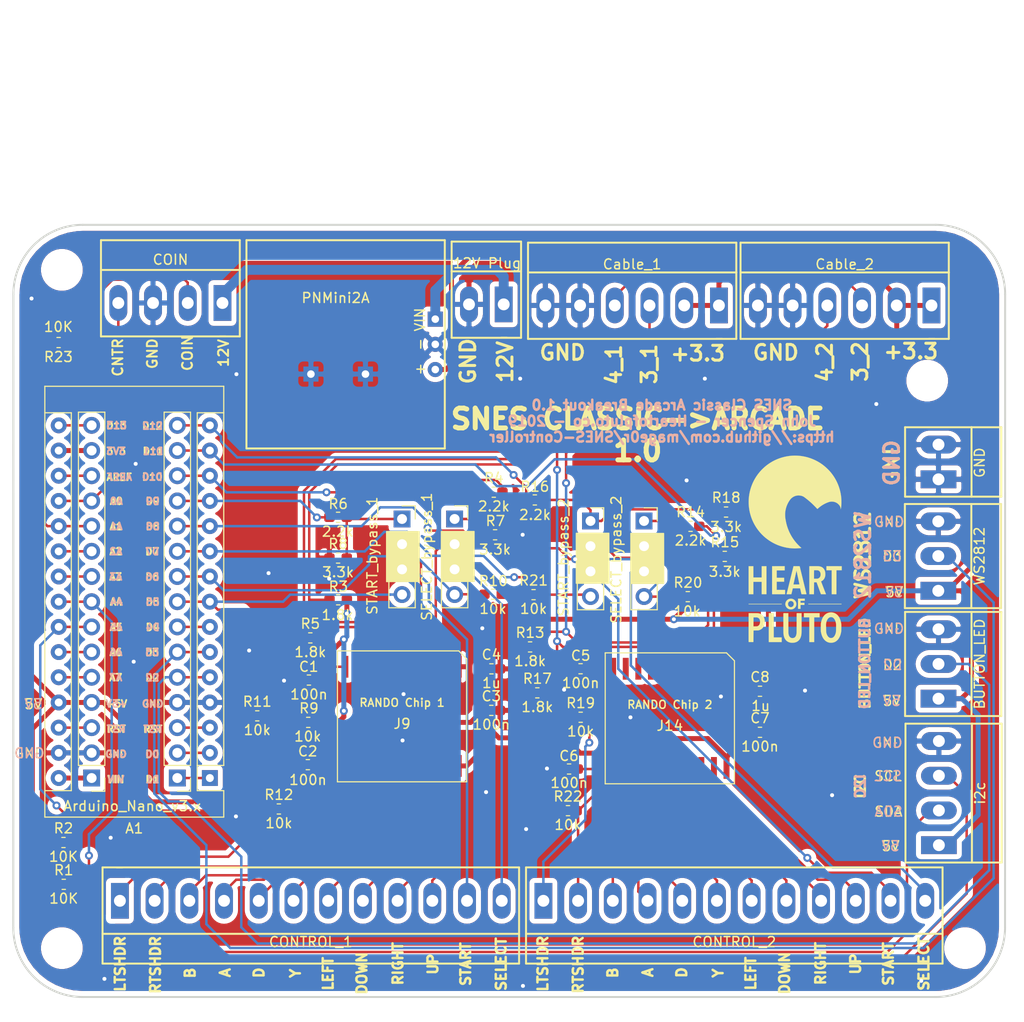
<source format=kicad_pcb>
(kicad_pcb (version 20171130) (host pcbnew "(5.1.0)-1")
  (layers (0 F.Cu signal) (31 B.Cu signal) (34 B.Paste user) (35 F.Paste user) (36 B.SilkS user) (37 F.SilkS user) (38 B.Mask user) (39 F.Mask user) (44 Edge.Cuts user))
  (net 0 "")
  (net 1 /D11)
  (net 2 GND)
  (net 3 /SELECT_ard_in_2)
  (net 4 /D9)
  (net 5 +5V)
  (net 6 /SELECT_ard_in_1)
  (net 7 /DIN)
  (net 8 /BUTTON_DIN)
  (net 9 /SCL)
  (net 10 /SDA)
  (net 11 /START_ard_in_2)
  (net 12 /START_ard_in_1)
  (net 13 /LTSHDR_1)
  (net 14 /RTSHDR_1)
  (net 15 +3V3)
  (net 16 /LTSHDR_2)
  (net 17 /RTSHDR_2)
  (net 18 +12V)
  (net 19 /SELECT_BUT_1)
  (net 20 /SELECT_1)
  (net 21 /SELECT_ard_out_1)
  (net 22 /START_BUT_1)
  (net 23 /START_1)
  (net 24 /START_ard_out_1)
  (net 25 /B_1)
  (net 26 /A_1)
  (net 27 /Y_1)
  (net 28 /X_1)
  (net 29 /DOWN_1)
  (net 30 /LEFT_1)
  (net 31 /RIGHT_1)
  (net 32 /UP_1)
  (net 33 /CLEAR_1)
  (net 34 /TURBO_1)
  (net 35 /4_1)
  (net 36 /3_1)
  (net 37 "Net-(J9-Pad8)")
  (net 38 "Net-(J9-Pad9)")
  (net 39 /SELECT_BUT_2)
  (net 40 /SELECT_2)
  (net 41 /SELECT_ard_out_2)
  (net 42 /START_BUT_2)
  (net 43 /START_2)
  (net 44 /START_ard_out_2)
  (net 45 /B_2)
  (net 46 /A_2)
  (net 47 /Y_2)
  (net 48 /X_2)
  (net 49 /DOWN_2)
  (net 50 /LEFT_2)
  (net 51 /RIGHT_2)
  (net 52 /UP_2)
  (net 53 /CLEAR_2)
  (net 54 /TURBO_2)
  (net 55 /4_2)
  (net 56 /3_2)
  (net 57 "Net-(J14-Pad8)")
  (net 58 "Net-(J14-Pad9)")
  (net 59 /D10)
  (net 60 /D12)
  (net 61 /COUNTER)
  (net 62 /COIN)
  (net 63 /D13)
  (net 64 /VIN)
  (net 65 /RESET)
  (net 66 /A7)
  (net 67 /A6)
  (net 68 /D4)
  (net 69 /A3)
  (net 70 /A2)
  (net 71 /AREF)
  (net 72 /D0)
  (net 73 /3V3)
  (net 74 /D1)
  (net 75 /RESET2)
  (module Connector_PinHeader_2.54mm:PinHeader_1x15_P2.54mm_Vertical (layer F.Cu) (at 151.64 113.32 180)
    (fp_text reference J19 hide)
    (fp_text value Conn_01x15 hide)
    (pad 15 thru_hole oval (at 0 35.56 180) (size 1.7 1.7) (drill 1) (layers *.Cu *.Mask) (net 60 /D12))
    (pad 14 thru_hole oval (at 0 33.02 180) (size 1.7 1.7) (drill 1) (layers *.Cu *.Mask) (net 1 /D11))
    (pad 13 thru_hole oval (at 0 30.48 180) (size 1.7 1.7) (drill 1) (layers *.Cu *.Mask) (net 59 /D10))
    (pad 12 thru_hole oval (at 0 27.94 180) (size 1.7 1.7) (drill 1) (layers *.Cu *.Mask) (net 4 /D9))
    (pad 11 thru_hole oval (at 0 25.4 180) (size 1.7 1.7) (drill 1) (layers *.Cu *.Mask) (net 3 /SELECT_ard_in_2))
    (pad 10 thru_hole oval (at 0 22.86 180) (size 1.7 1.7) (drill 1) (layers *.Cu *.Mask) (net 11 /START_ard_in_2))
    (pad 9 thru_hole oval (at 0 20.32 180) (size 1.7 1.7) (drill 1) (layers *.Cu *.Mask) (net 6 /SELECT_ard_in_1))
    (pad 8 thru_hole oval (at 0 17.78 180) (size 1.7 1.7) (drill 1) (layers *.Cu *.Mask) (net 12 /START_ard_in_1))
    (pad 7 thru_hole oval (at 0 15.24 180) (size 1.7 1.7) (drill 1) (layers *.Cu *.Mask) (net 68 /D4))
    (pad 6 thru_hole oval (at 0 12.7 180) (size 1.7 1.7) (drill 1) (layers *.Cu *.Mask) (net 7 /DIN))
    (pad 5 thru_hole oval (at 0 10.16 180) (size 1.7 1.7) (drill 1) (layers *.Cu *.Mask) (net 8 /BUTTON_DIN))
    (pad 4 thru_hole oval (at 0 7.62 180) (size 1.7 1.7) (drill 1) (layers *.Cu *.Mask) (net 2 GND))
    (pad 3 thru_hole oval (at 0 5.08 180) (size 1.7 1.7) (drill 1) (layers *.Cu *.Mask) (net 75 /RESET2))
    (pad 2 thru_hole oval (at 0 2.54 180) (size 1.7 1.7) (drill 1) (layers *.Cu *.Mask) (net 72 /D0))
    (pad 1 thru_hole rect (at 0 0 180) (size 1.7 1.7) (drill 1) (layers *.Cu *.Mask) (net 74 /D1))
  )
  (module Connector_PinHeader_2.54mm:PinHeader_1x15_P2.54mm_Vertical (layer F.Cu) (at 143 113.32 180)
    (fp_text reference J18 hide)
    (fp_text value Conn_01x15 hide)
    (pad 15 thru_hole oval (at 0 35.56 180) (size 1.7 1.7) (drill 1) (layers *.Cu *.Mask) (net 63 /D13))
    (pad 14 thru_hole oval (at 0 33.02 180) (size 1.7 1.7) (drill 1) (layers *.Cu *.Mask) (net 73 /3V3))
    (pad 13 thru_hole oval (at 0 30.48 180) (size 1.7 1.7) (drill 1) (layers *.Cu *.Mask) (net 71 /AREF))
    (pad 12 thru_hole oval (at 0 27.94 180) (size 1.7 1.7) (drill 1) (layers *.Cu *.Mask) (net 61 /COUNTER))
    (pad 11 thru_hole oval (at 0 25.4 180) (size 1.7 1.7) (drill 1) (layers *.Cu *.Mask) (net 62 /COIN))
    (pad 10 thru_hole oval (at 0 22.86 180) (size 1.7 1.7) (drill 1) (layers *.Cu *.Mask) (net 70 /A2))
    (pad 9 thru_hole oval (at 0 20.32 180) (size 1.7 1.7) (drill 1) (layers *.Cu *.Mask) (net 69 /A3))
    (pad 8 thru_hole oval (at 0 17.78 180) (size 1.7 1.7) (drill 1) (layers *.Cu *.Mask) (net 10 /SDA))
    (pad 7 thru_hole oval (at 0 15.24 180) (size 1.7 1.7) (drill 1) (layers *.Cu *.Mask) (net 9 /SCL))
    (pad 6 thru_hole oval (at 0 12.7 180) (size 1.7 1.7) (drill 1) (layers *.Cu *.Mask) (net 67 /A6))
    (pad 5 thru_hole oval (at 0 10.16 180) (size 1.7 1.7) (drill 1) (layers *.Cu *.Mask) (net 66 /A7))
    (pad 4 thru_hole oval (at 0 7.62 180) (size 1.7 1.7) (drill 1) (layers *.Cu *.Mask) (net 5 +5V))
    (pad 3 thru_hole oval (at 0 5.08 180) (size 1.7 1.7) (drill 1) (layers *.Cu *.Mask) (net 65 /RESET))
    (pad 2 thru_hole oval (at 0 2.54 180) (size 1.7 1.7) (drill 1) (layers *.Cu *.Mask) (net 2 GND))
    (pad 1 thru_hole rect (at 0 0 180) (size 1.7 1.7) (drill 1) (layers *.Cu *.Mask) (net 64 /VIN))
  )
  (module Resistor_SMD:R_0603_1608Metric_Pad1.05x0.95mm_HandSolder (layer F.Cu) (at 139.67 69.41)
    (fp_text reference R23 (at -0.02 1.45) (layer F.SilkS))
    (fp_text value 10K (at -0.02 -1.58) (layer F.SilkS))
    (pad 2 smd roundrect (at 0.875 0) (size 1.05 0.95) (layers F.Cu F.Paste F.Mask) (net 62 /COIN))
    (pad 1 smd roundrect (at -0.875 0) (size 1.05 0.95) (layers F.Cu F.Paste F.Mask) (net 5 +5V))
  )
  (module libs:ScrewTerminal-Conn_4 (layer F.Cu) (at 150.94 65.42 180)
    (fp_text reference J17 hide)
    (fp_text value COIN (at -0.01 4.37) (layer F.SilkS))
    (pad 3 thru_hole oval (at 1.75 0 180) (size 1.8 3.6) (drill 1.2) (layers *.Cu *.Mask) (net 2 GND))
    (pad 1 thru_hole rect (at -5.25 0 180) (size 1.8 3.6) (drill 1.2) (layers *.Cu *.Mask) (net 18 +12V))
    (pad 2 thru_hole oval (at -1.75 0 180) (size 1.8 3.6) (drill 1.2) (layers *.Cu *.Mask) (net 62 /COIN))
    (pad 4 thru_hole oval (at 5.25 0 180) (size 1.8 3.6) (drill 1.2) (layers *.Cu *.Mask) (net 61 /COUNTER))
  )
  (module libs:logo.HeartOfPluto (layer F.Cu) (at 213.95 90.28)
    (fp_text reference G*** hide)
    (fp_text value LOGO hide)
  )
  (module MountingHole:MountingHole_3.2mm_M3 (layer F.Cu) (at 231.06 130.47)
    (fp_text reference H4 hide)
    (fp_text value 3mm hide)
    (pad 1 np_thru_hole circle (at 0 0) (size 3.2 3.2) (drill 3.2) (layers *.Cu *.Mask))
  )
  (module MountingHole:MountingHole_3.2mm_M3 (layer F.Cu) (at 227.25 73.25)
    (fp_text reference H3 hide)
    (fp_text value 3mm hide)
    (pad 1 np_thru_hole circle (at 0 0) (size 3.2 3.2) (drill 3.2) (layers *.Cu *.Mask))
  )
  (module MountingHole:MountingHole_3.2mm_M3 (layer F.Cu) (at 140 130.47)
    (fp_text reference H2 hide)
    (fp_text value 3mm hide)
    (pad 1 np_thru_hole circle (at 0 0) (size 3.2 3.2) (drill 3.2) (layers *.Cu *.Mask))
  )
  (module MountingHole:MountingHole_3.2mm_M3 (layer F.Cu) (at 140 62.08)
    (fp_text reference H1 hide)
    (fp_text value 3mm hide)
    (pad 1 np_thru_hole circle (at 0 0) (size 3.2 3.2) (drill 3.2) (layers *.Cu *.Mask))
  )
  (module libs:PNMini2A (layer F.Cu) (at 168.61 69.59 90)
    (fp_text reference J4 hide)
    (fp_text value PNMini2A (at 4.68 -1.01) (layer F.SilkS))
    (fp_text user VIN (at 2.5 7.5 270) (layer F.SilkS))
    (fp_text user - (at 0 7.5 90) (layer F.SilkS))
    (fp_text user + (at -2.5 7.5 90) (layer F.SilkS))
    (pad 1 thru_hole rect (at 2.54 9.04 270) (size 1.524 1.524) (drill 0.762) (layers *.Cu *.Mask) (net 18 +12V))
    (pad 2 thru_hole circle (at 0 9.04 270) (size 1.524 1.524) (drill 0.762) (layers *.Cu *.Mask) (net 2 GND))
    (pad 3 thru_hole circle (at -2.54 9.04 270) (size 1.524 1.524) (drill 0.762) (layers *.Cu *.Mask) (net 5 +5V))
    (pad 2 thru_hole rect (at -3 2 270) (size 1.524 1.524) (drill 0.762) (layers *.Cu *.Mask) (net 2 GND))
    (pad 2 thru_hole rect (at -3 -3.5 270) (size 1.524 1.524) (drill 0.762) (layers *.Cu *.Mask) (net 2 GND))
    (pad 2 smd rect (at -3 -1 270) (size 4 10) (layers F.Cu F.Paste F.Mask) (net 2 GND))
  )
  (module libs:ScrewTerminal-Conn_2 (layer F.Cu) (at 182.8 65.56 180)
    (fp_text reference J16 hide)
    (fp_text value "12V Plug" (at -0.070317 4.15 180) (layer F.SilkS))
    (pad 2 thru_hole oval (at 1.75 0 180) (size 1.8 3.6) (drill 1.2) (layers *.Cu *.Mask) (net 2 GND))
    (pad 1 thru_hole rect (at -1.75 0 180) (size 1.8 3.6) (drill 1.2) (layers *.Cu *.Mask) (net 18 +12V))
  )
  (module libs:HC2F0820SBN (layer F.Cu) (at 174.3 107.1 180)
    (fp_text reference J9 (at 0 -0.75) (layer F.SilkS))
    (fp_text value "RANDO Chip 1" (at 0 1.375 180) (layer F.SilkS) (effects (font (size 0.8 0.8))))
    (pad 20 smd rect (at -5.715 -5 180) (size 0.6 2.2) (layers F.Cu F.Paste F.Mask) (net 15 +3V3))
    (pad 1 smd rect (at -5.715 5 180) (size 0.6 2.2) (layers F.Cu F.Paste F.Mask) (net 2 GND))
    (pad 19 smd rect (at -4.445 -5 180) (size 0.6 2.2) (layers F.Cu F.Paste F.Mask) (net 32 /UP_1))
    (pad 2 smd rect (at -4.445 5 180) (size 0.6 2.2) (layers F.Cu F.Paste F.Mask) (net 20 /SELECT_1))
    (pad 18 smd rect (at -3.175 -5 180) (size 0.6 2.2) (layers F.Cu F.Paste F.Mask) (net 31 /RIGHT_1))
    (pad 3 smd rect (at -3.175 5 180) (size 0.6 2.2) (layers F.Cu F.Paste F.Mask) (net 33 /CLEAR_1))
    (pad 17 smd rect (at -1.905 -5 180) (size 0.6 2.2) (layers F.Cu F.Paste F.Mask) (net 29 /DOWN_1))
    (pad 4 smd rect (at -1.905 5 180) (size 0.6 2.2) (layers F.Cu F.Paste F.Mask) (net 23 /START_1))
    (pad 16 smd rect (at -0.635 -5 180) (size 0.6 2.2) (layers F.Cu F.Paste F.Mask) (net 30 /LEFT_1))
    (pad 5 smd rect (at -0.635 5 180) (size 0.6 2.2) (layers F.Cu F.Paste F.Mask) (net 34 /TURBO_1))
    (pad 15 smd rect (at 0.635 -5 180) (size 0.6 2.2) (layers F.Cu F.Paste F.Mask) (net 27 /Y_1))
    (pad 6 smd rect (at 0.635 5 180) (size 0.6 2.2) (layers F.Cu F.Paste F.Mask) (net 35 /4_1))
    (pad 14 smd rect (at 1.905 -5 180) (size 0.6 2.2) (layers F.Cu F.Paste F.Mask) (net 28 /X_1))
    (pad 7 smd rect (at 1.905 5 180) (size 0.6 2.2) (layers F.Cu F.Paste F.Mask) (net 36 /3_1))
    (pad 13 smd rect (at 3.175 -5 180) (size 0.6 2.2) (layers F.Cu F.Paste F.Mask) (net 26 /A_1))
    (pad 8 smd rect (at 3.175 5 180) (size 0.6 2.2) (layers F.Cu F.Paste F.Mask) (net 37 "Net-(J9-Pad8)"))
    (pad 12 smd rect (at 4.445 -5 180) (size 0.6 2.2) (layers F.Cu F.Paste F.Mask) (net 25 /B_1))
    (pad 9 smd rect (at 4.445 5 180) (size 0.6 2.2) (layers F.Cu F.Paste F.Mask) (net 38 "Net-(J9-Pad9)"))
    (pad 11 smd rect (at 5.715 -5 180) (size 0.6 2.2) (layers F.Cu F.Paste F.Mask) (net 14 /RTSHDR_1))
    (pad 10 smd rect (at 5.715 5 180) (size 0.6 2.2) (layers F.Cu F.Paste F.Mask) (net 13 /LTSHDR_1))
  )
  (module libs:HC2F0820SBN (layer F.Cu) (at 201.3 107.3 180)
    (fp_text reference J14 (at 0 -0.75) (layer F.SilkS))
    (fp_text value "RANDO Chip 2" (at 0 1.375 180) (layer F.SilkS) (effects (font (size 0.8 0.8))))
    (pad 20 smd rect (at -5.715 -5 180) (size 0.6 2.2) (layers F.Cu F.Paste F.Mask) (net 15 +3V3))
    (pad 1 smd rect (at -5.715 5 180) (size 0.6 2.2) (layers F.Cu F.Paste F.Mask) (net 2 GND))
    (pad 19 smd rect (at -4.445 -5 180) (size 0.6 2.2) (layers F.Cu F.Paste F.Mask) (net 52 /UP_2))
    (pad 2 smd rect (at -4.445 5 180) (size 0.6 2.2) (layers F.Cu F.Paste F.Mask) (net 40 /SELECT_2))
    (pad 18 smd rect (at -3.175 -5 180) (size 0.6 2.2) (layers F.Cu F.Paste F.Mask) (net 51 /RIGHT_2))
    (pad 3 smd rect (at -3.175 5 180) (size 0.6 2.2) (layers F.Cu F.Paste F.Mask) (net 53 /CLEAR_2))
    (pad 17 smd rect (at -1.905 -5 180) (size 0.6 2.2) (layers F.Cu F.Paste F.Mask) (net 49 /DOWN_2))
    (pad 4 smd rect (at -1.905 5 180) (size 0.6 2.2) (layers F.Cu F.Paste F.Mask) (net 43 /START_2))
    (pad 16 smd rect (at -0.635 -5 180) (size 0.6 2.2) (layers F.Cu F.Paste F.Mask) (net 50 /LEFT_2))
    (pad 5 smd rect (at -0.635 5 180) (size 0.6 2.2) (layers F.Cu F.Paste F.Mask) (net 54 /TURBO_2))
    (pad 15 smd rect (at 0.635 -5 180) (size 0.6 2.2) (layers F.Cu F.Paste F.Mask) (net 47 /Y_2))
    (pad 6 smd rect (at 0.635 5 180) (size 0.6 2.2) (layers F.Cu F.Paste F.Mask) (net 55 /4_2))
    (pad 14 smd rect (at 1.905 -5 180) (size 0.6 2.2) (layers F.Cu F.Paste F.Mask) (net 48 /X_2))
    (pad 7 smd rect (at 1.905 5 180) (size 0.6 2.2) (layers F.Cu F.Paste F.Mask) (net 56 /3_2))
    (pad 13 smd rect (at 3.175 -5 180) (size 0.6 2.2) (layers F.Cu F.Paste F.Mask) (net 46 /A_2))
    (pad 8 smd rect (at 3.175 5 180) (size 0.6 2.2) (layers F.Cu F.Paste F.Mask) (net 57 "Net-(J14-Pad8)"))
    (pad 12 smd rect (at 4.445 -5 180) (size 0.6 2.2) (layers F.Cu F.Paste F.Mask) (net 45 /B_2))
    (pad 9 smd rect (at 4.445 5 180) (size 0.6 2.2) (layers F.Cu F.Paste F.Mask) (net 58 "Net-(J14-Pad9)"))
    (pad 11 smd rect (at 5.715 -5 180) (size 0.6 2.2) (layers F.Cu F.Paste F.Mask) (net 17 /RTSHDR_2))
    (pad 10 smd rect (at 5.715 5 180) (size 0.6 2.2) (layers F.Cu F.Paste F.Mask) (net 16 /LTSHDR_2))
  )
  (module Resistor_SMD:R_0603_1608Metric_Pad1.05x0.95mm_HandSolder (layer F.Cu) (at 191.03 116.61)
    (fp_text reference R22 (at 0 -1.43) (layer F.SilkS))
    (fp_text value 10k (at 0 1.43) (layer F.SilkS))
    (pad 2 smd roundrect (at 0.875 0) (size 1.05 0.95) (layers F.Cu F.Paste F.Mask) (net 17 /RTSHDR_2))
    (pad 1 smd roundrect (at -0.875 0) (size 1.05 0.95) (layers F.Cu F.Paste F.Mask) (net 15 +3V3))
  )
  (module Resistor_SMD:R_0603_1608Metric_Pad1.05x0.95mm_HandSolder (layer F.Cu) (at 187.56 94.83)
    (fp_text reference R21 (at 0 -1.43) (layer F.SilkS))
    (fp_text value 10k (at 0 1.43) (layer F.SilkS))
    (pad 2 smd roundrect (at 0.875 0) (size 1.05 0.95) (layers F.Cu F.Paste F.Mask) (net 11 /START_ard_in_2))
    (pad 1 smd roundrect (at -0.875 0) (size 1.05 0.95) (layers F.Cu F.Paste F.Mask) (net 5 +5V))
  )
  (module Resistor_SMD:R_0603_1608Metric_Pad1.05x0.95mm_HandSolder (layer F.Cu) (at 203.11 95.03 180)
    (fp_text reference R20 (at -0.02 1.41 180) (layer F.SilkS))
    (fp_text value 10k (at 0.06 -1.48 180) (layer F.SilkS))
    (pad 2 smd roundrect (at 0.875 0 180) (size 1.05 0.95) (layers F.Cu F.Paste F.Mask) (net 3 /SELECT_ard_in_2))
    (pad 1 smd roundrect (at -0.875 0 180) (size 1.05 0.95) (layers F.Cu F.Paste F.Mask) (net 5 +5V))
  )
  (module Resistor_SMD:R_0603_1608Metric_Pad1.05x0.95mm_HandSolder (layer F.Cu) (at 192.31 107.19)
    (fp_text reference R19 (at 0 -1.43) (layer F.SilkS))
    (fp_text value 10k (at 0 1.43) (layer F.SilkS))
    (pad 2 smd roundrect (at 0.875 0) (size 1.05 0.95) (layers F.Cu F.Paste F.Mask) (net 16 /LTSHDR_2))
    (pad 1 smd roundrect (at -0.875 0) (size 1.05 0.95) (layers F.Cu F.Paste F.Mask) (net 15 +3V3))
  )
  (module Resistor_SMD:R_0603_1608Metric_Pad1.05x0.95mm_HandSolder (layer F.Cu) (at 206.97 86.5 180)
    (fp_text reference R18 (at -0.01 1.45 180) (layer F.SilkS))
    (fp_text value 3.3k (at -0.01 -1.5 180) (layer F.SilkS))
    (pad 2 smd roundrect (at 0.875 0 180) (size 1.05 0.95) (layers F.Cu F.Paste F.Mask) (net 44 /START_ard_out_2))
    (pad 1 smd roundrect (at -0.875 0 180) (size 1.05 0.95) (layers F.Cu F.Paste F.Mask) (net 2 GND))
  )
  (module Resistor_SMD:R_0603_1608Metric_Pad1.05x0.95mm_HandSolder (layer F.Cu) (at 187.94 104.73)
    (fp_text reference R17 (at 0 -1.43) (layer F.SilkS))
    (fp_text value 1.8k (at 0 1.43) (layer F.SilkS))
    (pad 2 smd roundrect (at 0.875 0) (size 1.05 0.95) (layers F.Cu F.Paste F.Mask) (net 56 /3_2))
    (pad 1 smd roundrect (at -0.875 0) (size 1.05 0.95) (layers F.Cu F.Paste F.Mask) (net 15 +3V3))
  )
  (module Resistor_SMD:R_0603_1608Metric_Pad1.05x0.95mm_HandSolder (layer F.Cu) (at 187.69 85.28 180)
    (fp_text reference R16 (at 0 1.34 180) (layer F.SilkS))
    (fp_text value 2.2k (at -0.01 -1.51 180) (layer F.SilkS))
    (pad 2 smd roundrect (at 0.875 0 180) (size 1.05 0.95) (layers F.Cu F.Paste F.Mask) (net 60 /D12))
    (pad 1 smd roundrect (at -0.875 0 180) (size 1.05 0.95) (layers F.Cu F.Paste F.Mask) (net 44 /START_ard_out_2))
  )
  (module Resistor_SMD:R_0603_1608Metric_Pad1.05x0.95mm_HandSolder (layer F.Cu) (at 206.84 90.97 180)
    (fp_text reference R15 (at -0.01 1.43 180) (layer F.SilkS))
    (fp_text value 3.3k (at 0.01 -1.55 180) (layer F.SilkS))
    (pad 2 smd roundrect (at 0.875 0 180) (size 1.05 0.95) (layers F.Cu F.Paste F.Mask) (net 41 /SELECT_ard_out_2))
    (pad 1 smd roundrect (at -0.875 0 180) (size 1.05 0.95) (layers F.Cu F.Paste F.Mask) (net 2 GND))
  )
  (module Resistor_SMD:R_0603_1608Metric_Pad1.05x0.95mm_HandSolder (layer F.Cu) (at 203.39 87.94)
    (fp_text reference R14 (at 0 -1.43) (layer F.SilkS))
    (fp_text value 2.2k (at 0 1.43) (layer F.SilkS))
    (pad 2 smd roundrect (at 0.875 0) (size 1.05 0.95) (layers F.Cu F.Paste F.Mask) (net 1 /D11))
    (pad 1 smd roundrect (at -0.875 0) (size 1.05 0.95) (layers F.Cu F.Paste F.Mask) (net 41 /SELECT_ard_out_2))
  )
  (module Resistor_SMD:R_0603_1608Metric_Pad1.05x0.95mm_HandSolder (layer F.Cu) (at 187.21 100.1)
    (fp_text reference R13 (at 0 -1.43) (layer F.SilkS))
    (fp_text value 1.8k (at 0 1.43) (layer F.SilkS))
    (pad 2 smd roundrect (at 0.875 0) (size 1.05 0.95) (layers F.Cu F.Paste F.Mask) (net 55 /4_2))
    (pad 1 smd roundrect (at -0.875 0) (size 1.05 0.95) (layers F.Cu F.Paste F.Mask) (net 15 +3V3))
  )
  (module Resistor_SMD:R_0603_1608Metric_Pad1.05x0.95mm_HandSolder (layer F.Cu) (at 161.88 116.44)
    (fp_text reference R12 (at 0 -1.43) (layer F.SilkS))
    (fp_text value 10k (at 0 1.43) (layer F.SilkS))
    (pad 2 smd roundrect (at 0.875 0) (size 1.05 0.95) (layers F.Cu F.Paste F.Mask) (net 14 /RTSHDR_1))
    (pad 1 smd roundrect (at -0.875 0) (size 1.05 0.95) (layers F.Cu F.Paste F.Mask) (net 15 +3V3))
  )
  (module Resistor_SMD:R_0603_1608Metric_Pad1.05x0.95mm_HandSolder (layer F.Cu) (at 159.7 107.05)
    (fp_text reference R11 (at 0 -1.43) (layer F.SilkS))
    (fp_text value 10k (at 0 1.43) (layer F.SilkS))
    (pad 2 smd roundrect (at 0.875 0) (size 1.05 0.95) (layers F.Cu F.Paste F.Mask) (net 12 /START_ard_in_1))
    (pad 1 smd roundrect (at -0.875 0) (size 1.05 0.95) (layers F.Cu F.Paste F.Mask) (net 5 +5V))
  )
  (module Resistor_SMD:R_0603_1608Metric_Pad1.05x0.95mm_HandSolder (layer F.Cu) (at 183.48 94.79 180)
    (fp_text reference R10 (at -0.02 1.34 180) (layer F.SilkS))
    (fp_text value 10k (at 0.01 -1.47 180) (layer F.SilkS))
    (pad 2 smd roundrect (at 0.875 0 180) (size 1.05 0.95) (layers F.Cu F.Paste F.Mask) (net 6 /SELECT_ard_in_1))
    (pad 1 smd roundrect (at -0.875 0 180) (size 1.05 0.95) (layers F.Cu F.Paste F.Mask) (net 5 +5V))
  )
  (module Resistor_SMD:R_0603_1608Metric_Pad1.05x0.95mm_HandSolder (layer F.Cu) (at 164.84 107.71 180)
    (fp_text reference R9 (at -0.07 1.42 180) (layer F.SilkS))
    (fp_text value 10k (at 0.05 -1.42 180) (layer F.SilkS))
    (pad 2 smd roundrect (at 0.875 0 180) (size 1.05 0.95) (layers F.Cu F.Paste F.Mask) (net 13 /LTSHDR_1))
    (pad 1 smd roundrect (at -0.875 0 180) (size 1.05 0.95) (layers F.Cu F.Paste F.Mask) (net 15 +3V3))
  )
  (module Resistor_SMD:R_0603_1608Metric_Pad1.05x0.95mm_HandSolder (layer F.Cu) (at 167.85 91.14)
    (fp_text reference R8 (at 0 -1.43) (layer F.SilkS))
    (fp_text value 3.3k (at 0 1.43) (layer F.SilkS))
    (pad 2 smd roundrect (at 0.875 0) (size 1.05 0.95) (layers F.Cu F.Paste F.Mask) (net 24 /START_ard_out_1))
    (pad 1 smd roundrect (at -0.875 0) (size 1.05 0.95) (layers F.Cu F.Paste F.Mask) (net 2 GND))
  )
  (module Resistor_SMD:R_0603_1608Metric_Pad1.05x0.95mm_HandSolder (layer F.Cu) (at 183.68 88.79 180)
    (fp_text reference R7 (at -0.03 1.39 180) (layer F.SilkS))
    (fp_text value 3.3k (at 0.01 -1.49 180) (layer F.SilkS))
    (pad 2 smd roundrect (at 0.875 0 180) (size 1.05 0.95) (layers F.Cu F.Paste F.Mask) (net 21 /SELECT_ard_out_1))
    (pad 1 smd roundrect (at -0.875 0 180) (size 1.05 0.95) (layers F.Cu F.Paste F.Mask) (net 2 GND))
  )
  (module Resistor_SMD:R_0603_1608Metric_Pad1.05x0.95mm_HandSolder (layer F.Cu) (at 167.85 87.03 180)
    (fp_text reference R6 (at -0.01 1.35 180) (layer F.SilkS))
    (fp_text value 2.2k (at 0.03 -1.44 180) (layer F.SilkS))
    (pad 2 smd roundrect (at 0.875 0 180) (size 1.05 0.95) (layers F.Cu F.Paste F.Mask) (net 4 /D9))
    (pad 1 smd roundrect (at -0.875 0 180) (size 1.05 0.95) (layers F.Cu F.Paste F.Mask) (net 24 /START_ard_out_1))
  )
  (module Resistor_SMD:R_0603_1608Metric_Pad1.05x0.95mm_HandSolder (layer F.Cu) (at 165.05 99.19)
    (fp_text reference R5 (at 0 -1.43) (layer F.SilkS))
    (fp_text value 1.8k (at 0 1.43) (layer F.SilkS))
    (pad 2 smd roundrect (at 0.875 0) (size 1.05 0.95) (layers F.Cu F.Paste F.Mask) (net 36 /3_1))
    (pad 1 smd roundrect (at -0.875 0) (size 1.05 0.95) (layers F.Cu F.Paste F.Mask) (net 15 +3V3))
  )
  (module Resistor_SMD:R_0603_1608Metric_Pad1.05x0.95mm_HandSolder (layer F.Cu) (at 183.55 84.5)
    (fp_text reference R4 (at 0 -1.43) (layer F.SilkS))
    (fp_text value 2.2k (at 0 1.43) (layer F.SilkS))
    (pad 2 smd roundrect (at 0.875 0) (size 1.05 0.95) (layers F.Cu F.Paste F.Mask) (net 59 /D10))
    (pad 1 smd roundrect (at -0.875 0) (size 1.05 0.95) (layers F.Cu F.Paste F.Mask) (net 21 /SELECT_ard_out_1))
  )
  (module Resistor_SMD:R_0603_1608Metric_Pad1.05x0.95mm_HandSolder (layer F.Cu) (at 167.86 95.35 180)
    (fp_text reference R3 (at -0.02 1.34 180) (layer F.SilkS))
    (fp_text value 1.8k (at 0.07 -1.53 180) (layer F.SilkS))
    (pad 2 smd roundrect (at 0.875 0 180) (size 1.05 0.95) (layers F.Cu F.Paste F.Mask) (net 35 /4_1))
    (pad 1 smd roundrect (at -0.875 0 180) (size 1.05 0.95) (layers F.Cu F.Paste F.Mask) (net 15 +3V3))
  )
  (module Resistor_SMD:R_0603_1608Metric_Pad1.05x0.95mm_HandSolder (layer F.Cu) (at 140.16 119.82)
    (fp_text reference R2 (at 0 -1.43) (layer F.SilkS))
    (fp_text value 10K (at 0 1.43) (layer F.SilkS))
    (pad 2 smd roundrect (at 0.875 0) (size 1.05 0.95) (layers F.Cu F.Paste F.Mask) (net 9 /SCL))
    (pad 1 smd roundrect (at -0.875 0) (size 1.05 0.95) (layers F.Cu F.Paste F.Mask) (net 5 +5V))
  )
  (module Resistor_SMD:R_0603_1608Metric_Pad1.05x0.95mm_HandSolder (layer F.Cu) (at 140.19 124.04)
    (fp_text reference R1 (at 0 -1.43) (layer F.SilkS))
    (fp_text value 10K (at 0 1.43) (layer F.SilkS))
    (pad 2 smd roundrect (at 0.875 0) (size 1.05 0.95) (layers F.Cu F.Paste F.Mask) (net 10 /SDA))
    (pad 1 smd roundrect (at -0.875 0) (size 1.05 0.95) (layers F.Cu F.Paste F.Mask) (net 5 +5V))
  )
  (module libs:ScrewTerminal-Conn_6 (layer F.Cu) (at 218.93 65.67 180)
    (fp_text reference J15 hide)
    (fp_text value Cable_2 (at 0 4.15 180) (layer F.SilkS))
    (pad 3 thru_hole oval (at -1.75 0 180) (size 1.8 3.6) (drill 1.2) (layers *.Cu *.Mask) (net 56 /3_2))
    (pad 1 thru_hole rect (at -8.75 0 180) (size 1.8 3.6) (drill 1.2) (layers *.Cu *.Mask) (net 15 +3V3))
    (pad 2 thru_hole oval (at -5.25 0 180) (size 1.8 3.6) (drill 1.2) (layers *.Cu *.Mask) (net 15 +3V3))
    (pad 4 thru_hole oval (at 1.75 0 180) (size 1.8 3.6) (drill 1.2) (layers *.Cu *.Mask) (net 55 /4_2))
    (pad 6 thru_hole oval (at 8.75 0 180) (size 1.8 3.6) (drill 1.2) (layers *.Cu *.Mask) (net 2 GND))
    (pad 5 thru_hole oval (at 5.25 0 180) (size 1.8 3.6) (drill 1.2) (layers *.Cu *.Mask) (net 2 GND))
  )
  (module libs:ScrewTerminal-Conn_12 (layer F.Cu) (at 207.8 125.7)
    (fp_text reference J13 hide)
    (fp_text value CONTROL_2 (at 0 4.15) (layer F.SilkS))
    (pad 3 thru_hole oval (at -12.25 0) (size 1.8 3.6) (drill 1.2) (layers *.Cu *.Mask) (net 45 /B_2))
    (pad 1 thru_hole rect (at -19.25 0) (size 1.8 3.6) (drill 1.2) (layers *.Cu *.Mask) (net 16 /LTSHDR_2))
    (pad 2 thru_hole oval (at -15.75 0) (size 1.8 3.6) (drill 1.2) (layers *.Cu *.Mask) (net 17 /RTSHDR_2))
    (pad 4 thru_hole oval (at -8.75 0) (size 1.8 3.6) (drill 1.2) (layers *.Cu *.Mask) (net 46 /A_2))
    (pad 6 thru_hole oval (at -1.75 0) (size 1.8 3.6) (drill 1.2) (layers *.Cu *.Mask) (net 47 /Y_2))
    (pad 5 thru_hole oval (at -5.25 0) (size 1.8 3.6) (drill 1.2) (layers *.Cu *.Mask) (net 48 /X_2))
    (pad 8 thru_hole oval (at 5.25 0) (size 1.8 3.6) (drill 1.2) (layers *.Cu *.Mask) (net 49 /DOWN_2))
    (pad 7 thru_hole oval (at 1.75 0) (size 1.8 3.6) (drill 1.2) (layers *.Cu *.Mask) (net 50 /LEFT_2))
    (pad 9 thru_hole oval (at 8.75 0) (size 1.8 3.6) (drill 1.2) (layers *.Cu *.Mask) (net 51 /RIGHT_2))
    (pad 10 thru_hole oval (at 12.25 0) (size 1.8 3.6) (drill 1.2) (layers *.Cu *.Mask) (net 52 /UP_2))
    (pad 12 thru_hole oval (at 19.25 0) (size 1.8 3.6) (drill 1.2) (layers *.Cu *.Mask) (net 39 /SELECT_BUT_2))
    (pad 11 thru_hole oval (at 15.75 0) (size 1.8 3.6) (drill 1.2) (layers *.Cu *.Mask) (net 42 /START_BUT_2))
  )
  (module Connector_PinSocket_2.54mm:PinSocket_1x04_P2.54mm_Vertical (layer F.Cu) (at 193.3 87.4)
    (fp_text reference J12 hide)
    (fp_text value START_bypass_2 (at -2.72 3.68 90) (layer F.SilkS))
    (pad 4 thru_hole oval (at 0 7.62) (size 1.7 1.7) (drill 1) (layers *.Cu *.Mask) (net 11 /START_ard_in_2))
    (pad 3 thru_hole oval (at 0 5.08) (size 1.7 1.7) (drill 1) (layers *.Cu *.Mask) (net 42 /START_BUT_2))
    (pad 2 thru_hole oval (at 0 2.54) (size 1.7 1.7) (drill 1) (layers *.Cu *.Mask) (net 43 /START_2))
    (pad 1 thru_hole rect (at 0 0) (size 1.7 1.7) (drill 1) (layers *.Cu *.Mask) (net 44 /START_ard_out_2))
  )
  (module Connector_PinSocket_2.54mm:PinSocket_1x04_P2.54mm_Vertical (layer F.Cu) (at 198.7 87.4)
    (fp_text reference J11 hide)
    (fp_text value SELECT_bypass_2 (at -2.8 3.9 90) (layer F.SilkS))
    (pad 4 thru_hole oval (at 0 7.62) (size 1.7 1.7) (drill 1) (layers *.Cu *.Mask) (net 3 /SELECT_ard_in_2))
    (pad 3 thru_hole oval (at 0 5.08) (size 1.7 1.7) (drill 1) (layers *.Cu *.Mask) (net 39 /SELECT_BUT_2))
    (pad 2 thru_hole oval (at 0 2.54) (size 1.7 1.7) (drill 1) (layers *.Cu *.Mask) (net 40 /SELECT_2))
    (pad 1 thru_hole rect (at 0 0) (size 1.7 1.7) (drill 1) (layers *.Cu *.Mask) (net 41 /SELECT_ard_out_2))
  )
  (module libs:ScrewTerminal-Conn_6 (layer F.Cu) (at 197.5 65.67 180)
    (fp_text reference J10 hide)
    (fp_text value Cable_1 (at 0 4.15 180) (layer F.SilkS))
    (pad 3 thru_hole oval (at -1.75 0 180) (size 1.8 3.6) (drill 1.2) (layers *.Cu *.Mask) (net 36 /3_1))
    (pad 1 thru_hole rect (at -8.75 0 180) (size 1.8 3.6) (drill 1.2) (layers *.Cu *.Mask) (net 15 +3V3))
    (pad 2 thru_hole oval (at -5.25 0 180) (size 1.8 3.6) (drill 1.2) (layers *.Cu *.Mask) (net 15 +3V3))
    (pad 4 thru_hole oval (at 1.75 0 180) (size 1.8 3.6) (drill 1.2) (layers *.Cu *.Mask) (net 35 /4_1))
    (pad 6 thru_hole oval (at 8.75 0 180) (size 1.8 3.6) (drill 1.2) (layers *.Cu *.Mask) (net 2 GND))
    (pad 5 thru_hole oval (at 5.25 0 180) (size 1.8 3.6) (drill 1.2) (layers *.Cu *.Mask) (net 2 GND))
  )
  (module libs:ScrewTerminal-Conn_12 (layer F.Cu) (at 165.1 125.7)
    (fp_text reference J8 hide)
    (fp_text value CONTROL_1 (at 0 4.15) (layer F.SilkS))
    (pad 3 thru_hole oval (at -12.25 0) (size 1.8 3.6) (drill 1.2) (layers *.Cu *.Mask) (net 25 /B_1))
    (pad 1 thru_hole rect (at -19.25 0) (size 1.8 3.6) (drill 1.2) (layers *.Cu *.Mask) (net 13 /LTSHDR_1))
    (pad 2 thru_hole oval (at -15.75 0) (size 1.8 3.6) (drill 1.2) (layers *.Cu *.Mask) (net 14 /RTSHDR_1))
    (pad 4 thru_hole oval (at -8.75 0) (size 1.8 3.6) (drill 1.2) (layers *.Cu *.Mask) (net 26 /A_1))
    (pad 6 thru_hole oval (at -1.75 0) (size 1.8 3.6) (drill 1.2) (layers *.Cu *.Mask) (net 27 /Y_1))
    (pad 5 thru_hole oval (at -5.25 0) (size 1.8 3.6) (drill 1.2) (layers *.Cu *.Mask) (net 28 /X_1))
    (pad 8 thru_hole oval (at 5.25 0) (size 1.8 3.6) (drill 1.2) (layers *.Cu *.Mask) (net 29 /DOWN_1))
    (pad 7 thru_hole oval (at 1.75 0) (size 1.8 3.6) (drill 1.2) (layers *.Cu *.Mask) (net 30 /LEFT_1))
    (pad 9 thru_hole oval (at 8.75 0) (size 1.8 3.6) (drill 1.2) (layers *.Cu *.Mask) (net 31 /RIGHT_1))
    (pad 10 thru_hole oval (at 12.25 0) (size 1.8 3.6) (drill 1.2) (layers *.Cu *.Mask) (net 32 /UP_1))
    (pad 12 thru_hole oval (at 19.25 0) (size 1.8 3.6) (drill 1.2) (layers *.Cu *.Mask) (net 19 /SELECT_BUT_1))
    (pad 11 thru_hole oval (at 15.75 0) (size 1.8 3.6) (drill 1.2) (layers *.Cu *.Mask) (net 22 /START_BUT_1))
  )
  (module Connector_PinSocket_2.54mm:PinSocket_1x04_P2.54mm_Vertical (layer F.Cu) (at 174.3 87.2)
    (fp_text reference J7 hide)
    (fp_text value START_bypass_1 (at -3 3.7 90) (layer F.SilkS))
    (pad 4 thru_hole oval (at 0 7.62) (size 1.7 1.7) (drill 1) (layers *.Cu *.Mask) (net 12 /START_ard_in_1))
    (pad 3 thru_hole oval (at 0 5.08) (size 1.7 1.7) (drill 1) (layers *.Cu *.Mask) (net 22 /START_BUT_1))
    (pad 2 thru_hole oval (at 0 2.54) (size 1.7 1.7) (drill 1) (layers *.Cu *.Mask) (net 23 /START_1))
    (pad 1 thru_hole rect (at 0 0) (size 1.7 1.7) (drill 1) (layers *.Cu *.Mask) (net 24 /START_ard_out_1))
  )
  (module Connector_PinSocket_2.54mm:PinSocket_1x04_P2.54mm_Vertical (layer F.Cu) (at 179.6 87.2)
    (fp_text reference J6 hide)
    (fp_text value SELECT_bypass_1 (at -2.8 3.8 90) (layer F.SilkS))
    (pad 4 thru_hole oval (at 0 7.62) (size 1.7 1.7) (drill 1) (layers *.Cu *.Mask) (net 6 /SELECT_ard_in_1))
    (pad 3 thru_hole oval (at 0 5.08) (size 1.7 1.7) (drill 1) (layers *.Cu *.Mask) (net 19 /SELECT_BUT_1))
    (pad 2 thru_hole oval (at 0 2.54) (size 1.7 1.7) (drill 1) (layers *.Cu *.Mask) (net 20 /SELECT_1))
    (pad 1 thru_hole rect (at 0 0) (size 1.7 1.7) (drill 1) (layers *.Cu *.Mask) (net 21 /SELECT_ard_out_1))
  )
  (module libs:ScrewTerminal-Conn_3 (layer F.Cu) (at 228.39 101.82 90)
    (fp_text reference J5 hide)
    (fp_text value BUTTON_LED (at 0 4.15 90) (layer F.SilkS))
    (pad 2 thru_hole oval (at 0 0 90) (size 1.8 3.6) (drill 1.2) (layers *.Cu *.Mask) (net 8 /BUTTON_DIN))
    (pad 1 thru_hole rect (at -3.5 0 90) (size 1.8 3.6) (drill 1.2) (layers *.Cu *.Mask) (net 5 +5V))
    (pad 3 thru_hole oval (at 3.5 0 90) (size 1.8 3.6) (drill 1.2) (layers *.Cu *.Mask) (net 2 GND))
  )
  (module libs:ScrewTerminal-Conn_4 (layer F.Cu) (at 228.43 114.84 90)
    (fp_text reference J3 hide)
    (fp_text value i2c (at 0 4.15 90) (layer F.SilkS))
    (pad 3 thru_hole oval (at 1.75 0 90) (size 1.8 3.6) (drill 1.2) (layers *.Cu *.Mask) (net 9 /SCL))
    (pad 1 thru_hole rect (at -5.25 0 90) (size 1.8 3.6) (drill 1.2) (layers *.Cu *.Mask) (net 5 +5V))
    (pad 2 thru_hole oval (at -1.75 0 90) (size 1.8 3.6) (drill 1.2) (layers *.Cu *.Mask) (net 10 /SDA))
    (pad 4 thru_hole oval (at 5.25 0 90) (size 1.8 3.6) (drill 1.2) (layers *.Cu *.Mask) (net 2 GND))
  )
  (module libs:ScrewTerminal-Conn_2 (layer F.Cu) (at 228.39 81.45 90)
    (fp_text reference J2 hide)
    (fp_text value GND (at -0.070317 4.15 90) (layer F.SilkS))
    (pad 2 thru_hole oval (at 1.75 0 90) (size 1.8 3.6) (drill 1.2) (layers *.Cu *.Mask) (net 2 GND))
    (pad 1 thru_hole rect (at -1.75 0 90) (size 1.8 3.6) (drill 1.2) (layers *.Cu *.Mask) (net 2 GND))
  )
  (module libs:ScrewTerminal-Conn_3 (layer F.Cu) (at 228.37 90.94 90)
    (fp_text reference J1 hide)
    (fp_text value WS2812 (at 0 4.15 90) (layer F.SilkS))
    (pad 2 thru_hole oval (at 0 0 90) (size 1.8 3.6) (drill 1.2) (layers *.Cu *.Mask) (net 7 /DIN))
    (pad 1 thru_hole rect (at -3.5 0 90) (size 1.8 3.6) (drill 1.2) (layers *.Cu *.Mask) (net 5 +5V))
    (pad 3 thru_hole oval (at 3.5 0 90) (size 1.8 3.6) (drill 1.2) (layers *.Cu *.Mask) (net 2 GND))
  )
  (module Capacitor_SMD:C_0603_1608Metric_Pad1.05x0.95mm_HandSolder (layer F.Cu) (at 210.39 104.57)
    (fp_text reference C8 (at 0 -1.43) (layer F.SilkS))
    (fp_text value 1u (at 0.07 1.48) (layer F.SilkS))
    (pad 2 smd roundrect (at 0.875 0) (size 1.05 0.95) (layers F.Cu F.Paste F.Mask) (net 2 GND))
    (pad 1 smd roundrect (at -0.875 0) (size 1.05 0.95) (layers F.Cu F.Paste F.Mask) (net 15 +3V3))
  )
  (module Capacitor_SMD:C_0603_1608Metric_Pad1.05x0.95mm_HandSolder (layer F.Cu) (at 210.39 108.71)
    (fp_text reference C7 (at 0 -1.43) (layer F.SilkS))
    (fp_text value 100n (at 0 1.43) (layer F.SilkS))
    (pad 2 smd roundrect (at 0.875 0) (size 1.05 0.95) (layers F.Cu F.Paste F.Mask) (net 2 GND))
    (pad 1 smd roundrect (at -0.875 0) (size 1.05 0.95) (layers F.Cu F.Paste F.Mask) (net 15 +3V3))
  )
  (module Capacitor_SMD:C_0603_1608Metric_Pad1.05x0.95mm_HandSolder (layer F.Cu) (at 191.14 112.41 180)
    (fp_text reference C6 (at 0.01 1.32 180) (layer F.SilkS))
    (fp_text value 100n (at -0.01 -1.4 180) (layer F.SilkS))
    (pad 2 smd roundrect (at 0.875 0 180) (size 1.05 0.95) (layers F.Cu F.Paste F.Mask) (net 2 GND))
    (pad 1 smd roundrect (at -0.875 0 180) (size 1.05 0.95) (layers F.Cu F.Paste F.Mask) (net 17 /RTSHDR_2))
  )
  (module Capacitor_SMD:C_0603_1608Metric_Pad1.05x0.95mm_HandSolder (layer F.Cu) (at 192.3 102.3 180)
    (fp_text reference C5 (at -0.01 1.32 180) (layer F.SilkS))
    (fp_text value 100n (at -0.01 -1.44 180) (layer F.SilkS))
    (pad 2 smd roundrect (at 0.875 0 180) (size 1.05 0.95) (layers F.Cu F.Paste F.Mask) (net 2 GND))
    (pad 1 smd roundrect (at -0.875 0 180) (size 1.05 0.95) (layers F.Cu F.Paste F.Mask) (net 16 /LTSHDR_2))
  )
  (module Capacitor_SMD:C_0603_1608Metric_Pad1.05x0.95mm_HandSolder (layer F.Cu) (at 183.31 102.31)
    (fp_text reference C4 (at 0 -1.43) (layer F.SilkS))
    (fp_text value 1u (at 0 1.43) (layer F.SilkS))
    (pad 2 smd roundrect (at 0.875 0) (size 1.05 0.95) (layers F.Cu F.Paste F.Mask) (net 2 GND))
    (pad 1 smd roundrect (at -0.875 0) (size 1.05 0.95) (layers F.Cu F.Paste F.Mask) (net 15 +3V3))
  )
  (module Capacitor_SMD:C_0603_1608Metric_Pad1.05x0.95mm_HandSolder (layer F.Cu) (at 183.3 106.5)
    (fp_text reference C3 (at 0 -1.43) (layer F.SilkS))
    (fp_text value 100n (at 0 1.43) (layer F.SilkS))
    (pad 2 smd roundrect (at 0.875 0) (size 1.05 0.95) (layers F.Cu F.Paste F.Mask) (net 2 GND))
    (pad 1 smd roundrect (at -0.875 0) (size 1.05 0.95) (layers F.Cu F.Paste F.Mask) (net 15 +3V3))
  )
  (module Capacitor_SMD:C_0603_1608Metric_Pad1.05x0.95mm_HandSolder (layer F.Cu) (at 164.8 111.97 180)
    (fp_text reference C2 (at 0.01 1.34 180) (layer F.SilkS))
    (fp_text value 100n (at -0.01 -1.54 180) (layer F.SilkS))
    (pad 2 smd roundrect (at 0.875 0 180) (size 1.05 0.95) (layers F.Cu F.Paste F.Mask) (net 2 GND))
    (pad 1 smd roundrect (at -0.875 0 180) (size 1.05 0.95) (layers F.Cu F.Paste F.Mask) (net 14 /RTSHDR_1))
  )
  (module Capacitor_SMD:C_0603_1608Metric_Pad1.05x0.95mm_HandSolder (layer F.Cu) (at 164.91 103.44 180)
    (fp_text reference C1 (at 0.02 1.34 180) (layer F.SilkS))
    (fp_text value 100n (at 0 -1.45 180) (layer F.SilkS))
    (pad 2 smd roundrect (at 0.875 0 180) (size 1.05 0.95) (layers F.Cu F.Paste F.Mask) (net 2 GND))
    (pad 1 smd roundrect (at -0.875 0 180) (size 1.05 0.95) (layers F.Cu F.Paste F.Mask) (net 13 /LTSHDR_1))
  )
  (module Module:Arduino_Nano (layer F.Cu) (at 154.92 113.32 180)
    (fp_text reference A1 (at 7.62 -5.08 180) (layer F.SilkS))
    (fp_text value Arduino_Nano_v3.x (at 7.82 -2.83) (layer F.SilkS))
    (pad 16 thru_hole oval (at 15.24 35.56 180) (size 1.6 1.6) (drill 0.8) (layers *.Cu *.Mask) (net 63 /D13))
    (pad 15 thru_hole oval (at 0 35.56 180) (size 1.6 1.6) (drill 0.8) (layers *.Cu *.Mask) (net 60 /D12))
    (pad 30 thru_hole oval (at 15.24 0 180) (size 1.6 1.6) (drill 0.8) (layers *.Cu *.Mask) (net 64 /VIN))
    (pad 14 thru_hole oval (at 0 33.02 180) (size 1.6 1.6) (drill 0.8) (layers *.Cu *.Mask) (net 1 /D11))
    (pad 29 thru_hole oval (at 15.24 2.54 180) (size 1.6 1.6) (drill 0.8) (layers *.Cu *.Mask) (net 2 GND))
    (pad 13 thru_hole oval (at 0 30.48 180) (size 1.6 1.6) (drill 0.8) (layers *.Cu *.Mask) (net 59 /D10))
    (pad 28 thru_hole oval (at 15.24 5.08 180) (size 1.6 1.6) (drill 0.8) (layers *.Cu *.Mask) (net 65 /RESET))
    (pad 12 thru_hole oval (at 0 27.94 180) (size 1.6 1.6) (drill 0.8) (layers *.Cu *.Mask) (net 4 /D9))
    (pad 27 thru_hole oval (at 15.24 7.62 180) (size 1.6 1.6) (drill 0.8) (layers *.Cu *.Mask) (net 5 +5V))
    (pad 11 thru_hole oval (at 0 25.4 180) (size 1.6 1.6) (drill 0.8) (layers *.Cu *.Mask) (net 3 /SELECT_ard_in_2))
    (pad 26 thru_hole oval (at 15.24 10.16 180) (size 1.6 1.6) (drill 0.8) (layers *.Cu *.Mask) (net 66 /A7))
    (pad 10 thru_hole oval (at 0 22.86 180) (size 1.6 1.6) (drill 0.8) (layers *.Cu *.Mask) (net 11 /START_ard_in_2))
    (pad 25 thru_hole oval (at 15.24 12.7 180) (size 1.6 1.6) (drill 0.8) (layers *.Cu *.Mask) (net 67 /A6))
    (pad 9 thru_hole oval (at 0 20.32 180) (size 1.6 1.6) (drill 0.8) (layers *.Cu *.Mask) (net 6 /SELECT_ard_in_1))
    (pad 24 thru_hole oval (at 15.24 15.24 180) (size 1.6 1.6) (drill 0.8) (layers *.Cu *.Mask) (net 9 /SCL))
    (pad 8 thru_hole oval (at 0 17.78 180) (size 1.6 1.6) (drill 0.8) (layers *.Cu *.Mask) (net 12 /START_ard_in_1))
    (pad 23 thru_hole oval (at 15.24 17.78 180) (size 1.6 1.6) (drill 0.8) (layers *.Cu *.Mask) (net 10 /SDA))
    (pad 7 thru_hole oval (at 0 15.24 180) (size 1.6 1.6) (drill 0.8) (layers *.Cu *.Mask) (net 68 /D4))
    (pad 22 thru_hole oval (at 15.24 20.32 180) (size 1.6 1.6) (drill 0.8) (layers *.Cu *.Mask) (net 69 /A3))
    (pad 6 thru_hole oval (at 0 12.7 180) (size 1.6 1.6) (drill 0.8) (layers *.Cu *.Mask) (net 7 /DIN))
    (pad 21 thru_hole oval (at 15.24 22.86 180) (size 1.6 1.6) (drill 0.8) (layers *.Cu *.Mask) (net 70 /A2))
    (pad 5 thru_hole oval (at 0 10.16 180) (size 1.6 1.6) (drill 0.8) (layers *.Cu *.Mask) (net 8 /BUTTON_DIN))
    (pad 20 thru_hole oval (at 15.24 25.4 180) (size 1.6 1.6) (drill 0.8) (layers *.Cu *.Mask) (net 62 /COIN))
    (pad 4 thru_hole oval (at 0 7.62 180) (size 1.6 1.6) (drill 0.8) (layers *.Cu *.Mask) (net 2 GND))
    (pad 19 thru_hole oval (at 15.24 27.94 180) (size 1.6 1.6) (drill 0.8) (layers *.Cu *.Mask) (net 61 /COUNTER))
    (pad 3 thru_hole oval (at 0 5.08 180) (size 1.6 1.6) (drill 0.8) (layers *.Cu *.Mask) (net 75 /RESET2))
    (pad 18 thru_hole oval (at 15.24 30.48 180) (size 1.6 1.6) (drill 0.8) (layers *.Cu *.Mask) (net 71 /AREF))
    (pad 2 thru_hole oval (at 0 2.54 180) (size 1.6 1.6) (drill 0.8) (layers *.Cu *.Mask) (net 72 /D0))
    (pad 17 thru_hole oval (at 15.24 33.02 180) (size 1.6 1.6) (drill 0.8) (layers *.Cu *.Mask) (net 73 /3V3))
    (pad 1 thru_hole rect (at 0 0 180) (size 1.6 1.6) (drill 0.8) (layers *.Cu *.Mask) (net 74 /D1))
  )
  (gr_text D9 (at 149.15 85.41) (layer B.SilkS) (effects (font (size 0.7 0.7) (thickness 0.175)) (justify mirror)))
  (gr_text GND (at 145.46 110.91) (layer B.SilkS) (effects (font (size 0.7 0.7) (thickness 0.175)) (justify mirror)))
  (gr_text VIN (at 145.44 113.46) (layer B.SilkS) (effects (font (size 0.7 0.7) (thickness 0.175)) (justify mirror)))
  (gr_text D1 (at 149.13 113.47) (layer B.SilkS) (effects (font (size 0.7 0.7) (thickness 0.175)) (justify mirror)))
  (gr_text D3 (at 149.11 100.65) (layer B.SilkS) (effects (font (size 0.7 0.7) (thickness 0.175)) (justify mirror)))
  (gr_text RST (at 145.48 108.38) (layer B.SilkS) (effects (font (size 0.7 0.7) (thickness 0.175)) (justify mirror)))
  (gr_text A5 (at 145.47 98.11) (layer B.SilkS) (effects (font (size 0.7 0.7) (thickness 0.175)) (justify mirror)))
  (gr_text A6 (at 145.45 100.64) (layer B.SilkS) (effects (font (size 0.7 0.7) (thickness 0.175)) (justify mirror)))
  (gr_text RST (at 149.17 108.39) (layer B.SilkS) (effects (font (size 0.7 0.7) (thickness 0.175)) (justify mirror)))
  (gr_text D4 (at 149.16 98.12) (layer B.SilkS) (effects (font (size 0.7 0.7) (thickness 0.175)) (justify mirror)))
  (gr_text D2 (at 149.12 103.2) (layer B.SilkS) (effects (font (size 0.7 0.7) (thickness 0.175)) (justify mirror)))
  (gr_text A7 (at 145.43 103.19) (layer B.SilkS) (effects (font (size 0.7 0.7) (thickness 0.175)) (justify mirror)))
  (gr_text +5V (at 145.5 105.83) (layer B.SilkS) (effects (font (size 0.7 0.7) (thickness 0.175)) (justify mirror)))
  (gr_text D0 (at 149.12 110.92) (layer B.SilkS) (effects (font (size 0.7 0.7) (thickness 0.175)) (justify mirror)))
  (gr_text GND (at 149.16 105.84) (layer B.SilkS) (effects (font (size 0.7 0.7) (thickness 0.175)) (justify mirror)))
  (gr_text D5 (at 149.15 95.57) (layer B.SilkS) (effects (font (size 0.7 0.7) (thickness 0.175)) (justify mirror)))
  (gr_text A4 (at 145.49 95.56) (layer B.SilkS) (effects (font (size 0.7 0.7) (thickness 0.175)) (justify mirror)))
  (gr_text D8 (at 149.16 87.96) (layer B.SilkS) (effects (font (size 0.7 0.7) (thickness 0.175)) (justify mirror)))
  (gr_text D7 (at 149.11 90.49) (layer B.SilkS) (effects (font (size 0.7 0.7) (thickness 0.175)) (justify mirror)))
  (gr_text A3 (at 145.43 93.03) (layer B.SilkS) (effects (font (size 0.7 0.7) (thickness 0.175)) (justify mirror)))
  (gr_text A2 (at 145.45 90.48) (layer B.SilkS) (effects (font (size 0.7 0.7) (thickness 0.175)) (justify mirror)))
  (gr_text A1 (at 145.47 87.95) (layer B.SilkS) (effects (font (size 0.7 0.7) (thickness 0.175)) (justify mirror)))
  (gr_text D6 (at 149.12 93.04) (layer B.SilkS) (effects (font (size 0.7 0.7) (thickness 0.175)) (justify mirror)))
  (gr_text A0 (at 145.49 85.4) (layer B.SilkS) (effects (font (size 0.7 0.7) (thickness 0.175)) (justify mirror)))
  (gr_text D0 (at 149.12 110.92) (layer F.SilkS) (effects (font (size 0.7 0.7) (thickness 0.175))))
  (gr_text RST (at 145.48 108.38) (layer F.SilkS) (effects (font (size 0.7 0.7) (thickness 0.175))))
  (gr_text GND (at 145.46 110.91) (layer F.SilkS) (effects (font (size 0.7 0.7) (thickness 0.175))))
  (gr_text RST (at 149.17 108.39) (layer F.SilkS) (effects (font (size 0.7 0.7) (thickness 0.175))))
  (gr_text D1 (at 149.13 113.47) (layer F.SilkS) (effects (font (size 0.7 0.7) (thickness 0.175))))
  (gr_text VIN (at 145.44 113.46) (layer F.SilkS) (effects (font (size 0.7 0.7) (thickness 0.175))))
  (gr_text GND (at 149.16 105.84) (layer F.SilkS) (effects (font (size 0.7 0.7) (thickness 0.175))))
  (gr_text +5V (at 145.5 105.83) (layer F.SilkS) (effects (font (size 0.7 0.7) (thickness 0.175))))
  (gr_text D5 (at 149.15 95.57) (layer F.SilkS) (effects (font (size 0.7 0.7) (thickness 0.175))))
  (gr_text D4 (at 149.16 98.12) (layer F.SilkS) (effects (font (size 0.7 0.7) (thickness 0.175))))
  (gr_text D3 (at 149.11 100.65) (layer F.SilkS) (effects (font (size 0.7 0.7) (thickness 0.175))))
  (gr_text A7 (at 145.43 103.19) (layer F.SilkS) (effects (font (size 0.7 0.7) (thickness 0.175))))
  (gr_text A6 (at 145.45 100.64) (layer F.SilkS) (effects (font (size 0.7 0.7) (thickness 0.175))))
  (gr_text A5 (at 145.47 98.11) (layer F.SilkS) (effects (font (size 0.7 0.7) (thickness 0.175))))
  (gr_text D2 (at 149.12 103.2) (layer F.SilkS) (effects (font (size 0.7 0.7) (thickness 0.175))))
  (gr_text A4 (at 145.49 95.56) (layer F.SilkS) (effects (font (size 0.7 0.7) (thickness 0.175))))
  (gr_text D7 (at 149.11 90.49) (layer F.SilkS) (effects (font (size 0.7 0.7) (thickness 0.175))))
  (gr_text D6 (at 149.12 93.04) (layer F.SilkS) (effects (font (size 0.7 0.7) (thickness 0.175))))
  (gr_text A3 (at 145.43 93.03) (layer F.SilkS) (effects (font (size 0.7 0.7) (thickness 0.175))))
  (gr_text A2 (at 145.45 90.48) (layer F.SilkS) (effects (font (size 0.7 0.7) (thickness 0.175))))
  (gr_text A1 (at 145.47 87.95) (layer F.SilkS) (effects (font (size 0.7 0.7) (thickness 0.175))))
  (gr_text D8 (at 149.16 87.96) (layer F.SilkS) (effects (font (size 0.7 0.7) (thickness 0.175))))
  (gr_text A0 (at 145.49 85.4) (layer F.SilkS) (effects (font (size 0.7 0.7) (thickness 0.175))))
  (gr_text D10 (at 149.12 82.96) (layer F.SilkS) (effects (font (size 0.7 0.7) (thickness 0.175))))
  (gr_text AREF (at 145.79 82.98) (layer B.SilkS) (effects (font (size 0.7 0.7) (thickness 0.175)) (justify mirror)))
  (gr_text D11 (at 149.19 80.37) (layer F.SilkS) (effects (font (size 0.7 0.7) (thickness 0.175))))
  (gr_text 3V3 (at 145.47 80.36) (layer F.SilkS) (effects (font (size 0.7 0.7) (thickness 0.175))))
  (gr_text D9 (at 149.15 85.41) (layer F.SilkS) (effects (font (size 0.7 0.7) (thickness 0.175))))
  (gr_text D10 (at 149.12 82.96) (layer B.SilkS) (effects (font (size 0.7 0.7) (thickness 0.175)) (justify mirror)))
  (gr_text AREF (at 145.79 82.98) (layer F.SilkS) (effects (font (size 0.7 0.7) (thickness 0.175))))
  (gr_text D11 (at 149.19 80.37) (layer B.SilkS) (effects (font (size 0.7 0.7) (thickness 0.175)) (justify mirror)))
  (gr_text 3V3 (at 145.47 80.36) (layer B.SilkS) (effects (font (size 0.7 0.7) (thickness 0.175)) (justify mirror)))
  (gr_text D13 (at 145.51 77.77) (layer B.SilkS) (effects (font (size 0.7 0.7) (thickness 0.175)) (justify mirror)))
  (gr_text D12 (at 149.13 77.82) (layer F.SilkS) (effects (font (size 0.7 0.7) (thickness 0.175))))
  (gr_text D12 (at 149.14 77.82) (layer B.SilkS) (effects (font (size 0.7 0.7) (thickness 0.175)) (justify mirror)))
  (gr_text D13 (at 145.51 77.78) (layer F.SilkS) (effects (font (size 0.7 0.7) (thickness 0.175))))
  (gr_text "SNES Classic Arcade Breakout 1.0\nJohn Spencer - Heartofpluto.co - 2019\nhttps://github.com/mage0r/SNES-Controller" (at 200.5 77.33) (layer B.SilkS) (effects (font (size 1 1) (thickness 0.25)) (justify mirror)))
  (gr_text GND (at 136.72 110.82) (layer F.SilkS) (effects (font (size 1 1))))
  (gr_text GND (at 136.72 110.82) (layer B.SilkS) (effects (font (size 1 1)) (justify mirror)))
  (gr_text "5V\n" (at 137.12 105.87) (layer B.SilkS) (effects (font (size 1 1)) (justify mirror)))
  (gr_text "5V\n" (at 137.12 105.87) (layer F.SilkS) (effects (font (size 1 1))))
  (gr_text I2C (at 220.51 114.15 90) (layer B.SilkS) (effects (font (size 1 1) (thickness 0.25)) (justify mirror)))
  (gr_text I2C (at 220.51 114.15 90) (layer F.SilkS) (effects (font (size 1 1) (thickness 0.25))))
  (gr_text SCL (at 223.3 113.12) (layer B.SilkS) (effects (font (size 1 1)) (justify mirror)))
  (gr_text SDA (at 223.35 116.7) (layer B.SilkS) (effects (font (size 1 1)) (justify mirror)))
  (gr_text GND (at 223.41 87.49) (layer B.SilkS) (effects (font (size 1 1)) (justify mirror)))
  (gr_text GND (at 223.41 87.49) (layer F.SilkS) (effects (font (size 1 1))))
  (gr_text D2 (at 223.76 101.91) (layer B.SilkS) (effects (font (size 1 1)) (justify mirror)))
  (gr_text D3 (at 223.72 90.95) (layer B.SilkS) (effects (font (size 1 1)) (justify mirror)))
  (gr_text D3 (at 223.72 90.96) (layer F.SilkS) (effects (font (size 1 1))))
  (gr_text D2 (at 223.76 101.91) (layer F.SilkS) (effects (font (size 1 1))))
  (gr_text "5V\n" (at 223.92 94.57) (layer F.SilkS) (effects (font (size 1 1))))
  (gr_text "5V\n" (at 223.92 94.57) (layer B.SilkS) (effects (font (size 1 1)) (justify mirror)))
  (gr_text "5V\n" (at 223.68 105.54) (layer B.SilkS) (effects (font (size 1 1)) (justify mirror)))
  (gr_text "5V\n" (at 223.68 105.54) (layer F.SilkS) (effects (font (size 1 1))))
  (gr_text "5V\n" (at 223.56 120.18) (layer B.SilkS) (effects (font (size 1 1)) (justify mirror)))
  (gr_text GND (at 223.24 109.76) (layer B.SilkS) (effects (font (size 1 1)) (justify mirror)))
  (gr_text GND (at 223.24 109.76) (layer F.SilkS) (effects (font (size 1 1))))
  (gr_text GND (at 223.4 98.26) (layer B.SilkS) (effects (font (size 1 1)) (justify mirror)))
  (gr_text GND (at 223.4 98.26) (layer F.SilkS) (effects (font (size 1 1))))
  (gr_text CNTR (at 145.64 70.91 90) (layer F.SilkS) (effects (font (size 1 1) (thickness 0.2))))
  (gr_text 12V (at 156.3 70.47 90) (layer F.SilkS) (effects (font (size 1 1) (thickness 0.2))))
  (gr_text COIN (at 152.66 70.47 90) (layer F.SilkS) (effects (font (size 1 1) (thickness 0.2))))
  (gr_text GND (at 149.12 70.53 90) (layer F.SilkS) (effects (font (size 1 1) (thickness 0.2))))
  (gr_text 12V (at 184.7 71.36 90) (layer F.SilkS) (effects (font (size 1.5 1.5) (thickness 0.3))))
  (gr_text GND (at 180.95 71.29 90) (layer F.SilkS) (effects (font (size 1.5 1.5) (thickness 0.3))))
  (gr_poly (pts (xy 172.73 88.46) (xy 176.03 88.46) (xy 176.04 93.51) (xy 172.73 93.52)) (layer F.SilkS) (width 0.1))
  (gr_poly (pts (xy 178.27 88.45) (xy 181.57 88.45) (xy 181.58 93.5) (xy 178.27 93.51)) (layer F.SilkS) (width 0.1))
  (gr_poly (pts (xy 191.86 88.63) (xy 195.16 88.63) (xy 195.17 93.68) (xy 191.86 93.69)) (layer F.SilkS) (width 0.1))
  (gr_poly (pts (xy 197.38 88.65) (xy 200.68 88.65) (xy 200.69 93.7) (xy 197.38 93.71)) (layer F.SilkS) (width 0.1))
  (gr_text 3_2 (at 220.48 71.33 90) (layer F.SilkS) (effects (font (size 1.5 1.5) (thickness 0.3))))
  (gr_text 4_2 (at 216.92 71.39 90) (layer F.SilkS) (effects (font (size 1.5 1.5) (thickness 0.3))))
  (gr_text 3_1 (at 199.22 71.58 90) (layer F.SilkS) (effects (font (size 1.5 1.5) (thickness 0.3))))
  (gr_text 4_1 (at 195.66 71.64 90) (layer F.SilkS) (effects (font (size 1.5 1.5) (thickness 0.3))))
  (gr_text +3.3 (at 225.61 70.3) (layer F.SilkS) (effects (font (size 1.5 1.5) (thickness 0.3))))
  (gr_text +3.3 (at 204.12 70.51) (layer F.SilkS) (effects (font (size 1.5 1.5) (thickness 0.3))))
  (gr_text GND (at 211.99 70.42) (layer F.SilkS) (effects (font (size 1.5 1.5) (thickness 0.3))))
  (gr_text GND (at 190.48 70.42) (layer F.SilkS) (effects (font (size 1.5 1.5) (thickness 0.3))))
  (gr_text "SNES CLASSIC->ARCADE\n1.0" (at 198.06 78.73) (layer F.SilkS) (effects (font (size 2 2) (thickness 0.5))))
  (gr_text LEFT (at 209.47 133.03 90) (layer F.SilkS) (effects (font (size 1 1) (thickness 0.25))))
  (gr_text Y (at 206.17 132.99 90) (layer F.SilkS) (effects (font (size 1 1) (thickness 0.25))))
  (gr_text SELECT (at 226.92 132.06 90) (layer F.SilkS) (effects (font (size 1 1) (thickness 0.25))))
  (gr_text A (at 199.09 132.93 90) (layer F.SilkS) (effects (font (size 1 1) (thickness 0.25))))
  (gr_text B (at 195.55 132.96 90) (layer F.SilkS) (effects (font (size 1 1) (thickness 0.25))))
  (gr_text DOWN (at 212.87 132.99 90) (layer F.SilkS) (effects (font (size 1 1) (thickness 0.25))))
  (gr_text D (at 202.5 132.93 90) (layer F.SilkS) (effects (font (size 1 1) (thickness 0.25))))
  (gr_text LTSHDR (at 188.5 132.04 90) (layer F.SilkS) (effects (font (size 1 1) (thickness 0.25))))
  (gr_text START (at 223.34 132.06 90) (layer F.SilkS) (effects (font (size 1 1) (thickness 0.25))))
  (gr_text RTSHDR (at 192.06 132.14 90) (layer F.SilkS) (effects (font (size 1 1) (thickness 0.25))))
  (gr_text RIGHT (at 216.51 132.02 90) (layer F.SilkS) (effects (font (size 1 1) (thickness 0.25))))
  (gr_text UP (at 220.03 132.07 90) (layer F.SilkS) (effects (font (size 1 1) (thickness 0.25))))
  (gr_text LTSHDR (at 145.88 132.06 90) (layer F.SilkS) (effects (font (size 1 1) (thickness 0.25))))
  (gr_text RTSHDR (at 149.44 132.16 90) (layer F.SilkS) (effects (font (size 1 1) (thickness 0.25))))
  (gr_text B (at 152.93 132.98 90) (layer F.SilkS) (effects (font (size 1 1) (thickness 0.25))))
  (gr_text A (at 156.47 132.95 90) (layer F.SilkS) (effects (font (size 1 1) (thickness 0.25))))
  (gr_text D (at 159.88 132.95 90) (layer F.SilkS) (effects (font (size 1 1) (thickness 0.25))))
  (gr_text Y (at 163.55 133.01 90) (layer F.SilkS) (effects (font (size 1 1) (thickness 0.25))))
  (gr_text LEFT (at 166.85 133.05 90) (layer F.SilkS) (effects (font (size 1 1) (thickness 0.25))))
  (gr_text DOWN (at 170.25 133.01 90) (layer F.SilkS) (effects (font (size 1 1) (thickness 0.25))))
  (gr_text RIGHT (at 173.89 132.04 90) (layer F.SilkS) (effects (font (size 1 1) (thickness 0.25))))
  (gr_text UP (at 177.41 132.09 90) (layer F.SilkS) (effects (font (size 1 1) (thickness 0.25))))
  (gr_text START (at 180.72 132.08 90) (layer F.SilkS) (effects (font (size 1 1) (thickness 0.25))))
  (gr_text SELECT (at 184.3 132.08 90) (layer F.SilkS) (effects (font (size 1 1) (thickness 0.25))))
  (gr_text SDA (at 223.35 116.7) (layer F.SilkS) (effects (font (size 1 1))))
  (gr_text "5V\n" (at 223.56 120.18) (layer F.SilkS) (effects (font (size 1 1))))
  (gr_text SCL (at 223.31 113.13) (layer F.SilkS) (effects (font (size 1 1))))
  (gr_text BUTTON_LED (at 220.95 101.77 90) (layer B.SilkS) (effects (font (size 1 1) (thickness 0.25)) (justify mirror)))
  (gr_text BUTTON_LED (at 220.98 101.77 90) (layer F.SilkS) (effects (font (size 1 1) (thickness 0.25))))
  (gr_text WS2812 (at 220.77 90.85 90) (layer B.SilkS) (effects (font (size 1.5 1.5) (thickness 0.3)) (justify mirror)))
  (gr_text WS2812 (at 220.77 90.85 90) (layer F.SilkS) (effects (font (size 1.5 1.5) (thickness 0.3))))
  (gr_text GND (at 223.68 81.55 90) (layer B.SilkS) (effects (font (size 1.5 1.5) (thickness 0.3)) (justify mirror)))
  (gr_text GND (at 223.68 81.55 90) (layer F.SilkS) (effects (font (size 1.5 1.5) (thickness 0.3))))
  (gr_arc (start 142.099999 128.400001) (end 135.1 128.400001) (angle -90) (layer Edge.Cuts) (width 0.2))
  (gr_line (start 142.1 135.4) (end 228.1 135.4) (layer Edge.Cuts) (width 0.2))
  (gr_line (start 235.1 128.4) (end 235.11 64.54) (layer Edge.Cuts) (width 0.2))
  (gr_arc (start 228.1 128.4) (end 228.1 135.4) (angle -90) (layer Edge.Cuts) (width 0.2))
  (gr_line (start 228.11 57.54) (end 142.11 57.54) (layer Edge.Cuts) (width 0.2))
  (gr_arc (start 228.11 64.54) (end 235.11 64.54) (angle -90) (layer Edge.Cuts) (width 0.2))
  (gr_arc (start 142.11 64.54) (end 142.11 57.54) (angle -90) (layer Edge.Cuts) (width 0.2))
  (gr_line (start 135.11 64.54) (end 135.1 128.400001) (layer Edge.Cuts) (width 0.2))
  (via (at 205.97 88.88) (size 0.8) (drill 0.4) (layers F.Cu B.Cu) (net 1))
  (segment (start 204.265 87.94) (end 205.03 87.94) (width 0.25) (layer F.Cu) (net 1))
  (segment (start 205.03 87.94) (end 205.97 88.88) (width 0.25) (layer F.Cu) (net 1))
  (segment (start 156.33 81.71) (end 154.92 80.3) (width 0.25) (layer B.Cu) (net 1))
  (segment (start 181.7 81.71) (end 156.33 81.71) (width 0.25) (layer B.Cu) (net 1))
  (segment (start 205.97 88.88) (end 205.404315 88.88) (width 0.25) (layer B.Cu) (net 1))
  (segment (start 197.704315 81.18) (end 189.69 81.18) (width 0.25) (layer B.Cu) (net 1))
  (segment (start 205.404315 88.88) (end 197.704315 81.18) (width 0.25) (layer B.Cu) (net 1))
  (segment (start 189.69 81.18) (end 186.99 83.88) (width 0.25) (layer B.Cu) (net 1))
  (segment (start 186.99 83.88) (end 183.87 83.88) (width 0.25) (layer B.Cu) (net 1))
  (segment (start 183.87 83.88) (end 181.7 81.71) (width 0.25) (layer B.Cu) (net 1))
  (segment (start 153.78863 80.3) (end 151.64 80.3) (width 0.25) (layer F.Cu) (net 1))
  (segment (start 154.92 80.3) (end 153.78863 80.3) (width 0.25) (layer F.Cu) (net 1))
  (via (at 186.46 88.79) (size 0.8) (drill 0.4) (layers F.Cu B.Cu) (net 2))
  (via (at 182.39 98.22) (size 0.8) (drill 0.4) (layers F.Cu B.Cu) (net 2))
  (via (at 174.35 109.53) (size 0.8) (drill 0.4) (layers F.Cu B.Cu) (net 2))
  (via (at 188.91 112.36) (size 0.8) (drill 0.4) (layers F.Cu B.Cu) (net 2))
  (via (at 190.64 104.41) (size 0.8) (drill 0.4) (layers F.Cu B.Cu) (net 2))
  (via (at 162.4 103.5) (size 0.8) (drill 0.4) (layers F.Cu B.Cu) (net 2))
  (via (at 166.95 93.22) (size 0.8) (drill 0.4) (layers F.Cu B.Cu) (net 2))
  (via (at 160.84 92.66) (size 0.8) (drill 0.4) (layers F.Cu B.Cu) (net 2))
  (via (at 206.45 105.1) (size 0.8) (drill 0.4) (layers F.Cu B.Cu) (net 2))
  (via (at 214.93 104.5) (size 0.8) (drill 0.4) (layers F.Cu B.Cu) (net 2))
  (via (at 222.12 75.61) (size 0.8) (drill 0.4) (layers F.Cu B.Cu) (net 2))
  (via (at 202.99 83.31) (size 0.8) (drill 0.4) (layers F.Cu B.Cu) (net 2))
  (via (at 147.24 101.59) (size 0.8) (drill 0.4) (layers F.Cu B.Cu) (net 2))
  (via (at 174.45 104.86) (size 0.8) (drill 0.4) (layers F.Cu B.Cu) (net 2))
  (via (at 197.33 107.2) (size 0.8) (drill 0.4) (layers F.Cu B.Cu) (net 2))
  (via (at 186.81 118.47) (size 0.8) (drill 0.4) (layers F.Cu B.Cu) (net 2))
  (via (at 147.44 81.64) (size 0.8) (drill 0.4) (layers F.Cu B.Cu) (net 2))
  (via (at 226.65 133.77) (size 0.8) (drill 0.4) (layers F.Cu B.Cu) (net 2))
  (via (at 186.49 134.28) (size 0.8) (drill 0.4) (layers F.Cu B.Cu) (net 2))
  (via (at 144.29 133.57) (size 0.8) (drill 0.4) (layers F.Cu B.Cu) (net 2))
  (via (at 157.6 72.6) (size 0.8) (drill 0.4) (layers F.Cu B.Cu) (net 2))
  (via (at 186.21 73.05) (size 0.8) (drill 0.4) (layers F.Cu B.Cu) (net 2))
  (via (at 144.92 119.34) (size 0.8) (drill 0.4) (layers F.Cu B.Cu) (net 2))
  (via (at 158.88 100.46) (size 0.8) (drill 0.4) (layers F.Cu B.Cu) (net 2))
  (via (at 204.83 73.05) (size 0.8) (drill 0.4) (layers F.Cu B.Cu) (net 2))
  (via (at 217.66 115.05) (size 0.8) (drill 0.4) (layers F.Cu B.Cu) (net 2))
  (via (at 157.55 117.19) (size 0.8) (drill 0.4) (layers F.Cu B.Cu) (net 2))
  (via (at 136.94 64.97) (size 0.8) (drill 0.4) (layers F.Cu B.Cu) (net 2))
  (via (at 182.77 114.74) (size 0.8) (drill 0.4) (layers F.Cu B.Cu) (net 2))
  (segment (start 198.71 95.03) (end 198.7 95.02) (width 0.25) (layer F.Cu) (net 3))
  (segment (start 202.235 95.03) (end 198.71 95.03) (width 0.25) (layer F.Cu) (net 3))
  (segment (start 198.7 95.02) (end 200.43 93.29) (width 0.25) (layer B.Cu) (net 3))
  (via (at 191.75 91.25) (size 0.8) (drill 0.4) (layers F.Cu B.Cu) (net 3))
  (segment (start 199.209002 91.25) (end 191.75 91.25) (width 0.25) (layer B.Cu) (net 3))
  (segment (start 200.43 93.29) (end 200.43 92.470998) (width 0.25) (layer B.Cu) (net 3))
  (segment (start 200.43 92.470998) (end 199.209002 91.25) (width 0.25) (layer B.Cu) (net 3))
  (segment (start 191.184315 91.25) (end 190.084315 90.15) (width 0.25) (layer F.Cu) (net 3))
  (segment (start 191.75 91.25) (end 191.184315 91.25) (width 0.25) (layer F.Cu) (net 3))
  (segment (start 190.084315 90.15) (end 182.21 90.15) (width 0.25) (layer F.Cu) (net 3))
  (via (at 176.88 88.07) (size 0.8) (drill 0.4) (layers F.Cu B.Cu) (net 3))
  (segment (start 177.185001 88.375001) (end 176.88 88.07) (width 0.25) (layer F.Cu) (net 3))
  (segment (start 182.21 90.15) (end 180.435001 88.375001) (width 0.25) (layer F.Cu) (net 3))
  (segment (start 180.435001 88.375001) (end 177.185001 88.375001) (width 0.25) (layer F.Cu) (net 3))
  (segment (start 175.400684 86.024999) (end 172.115001 86.024999) (width 0.25) (layer B.Cu) (net 3))
  (segment (start 176.88 88.07) (end 176.88 87.504315) (width 0.25) (layer B.Cu) (net 3))
  (segment (start 176.88 87.504315) (end 175.400684 86.024999) (width 0.25) (layer B.Cu) (net 3))
  (segment (start 170.22 87.92) (end 154.92 87.92) (width 0.25) (layer B.Cu) (net 3))
  (segment (start 172.115001 86.024999) (end 170.22 87.92) (width 0.25) (layer B.Cu) (net 3))
  (segment (start 153.78863 87.92) (end 151.64 87.92) (width 0.25) (layer F.Cu) (net 3))
  (segment (start 154.92 87.92) (end 153.78863 87.92) (width 0.25) (layer F.Cu) (net 3))
  (via (at 165.71 87.04) (size 0.8) (drill 0.4) (layers F.Cu B.Cu) (net 4))
  (segment (start 166.975 87.03) (end 165.72 87.03) (width 0.25) (layer F.Cu) (net 4))
  (segment (start 165.72 87.03) (end 165.71 87.04) (width 0.25) (layer F.Cu) (net 4))
  (segment (start 164.05 85.38) (end 165.71 87.04) (width 0.25) (layer B.Cu) (net 4))
  (segment (start 154.92 85.38) (end 164.05 85.38) (width 0.25) (layer B.Cu) (net 4))
  (segment (start 153.78863 85.38) (end 151.64 85.38) (width 0.25) (layer F.Cu) (net 4))
  (segment (start 154.92 85.38) (end 153.78863 85.38) (width 0.25) (layer F.Cu) (net 4))
  (segment (start 184.395 94.83) (end 184.355 94.79) (width 0.5) (layer F.Cu) (net 5))
  (segment (start 186.685 94.83) (end 184.395 94.83) (width 0.5) (layer F.Cu) (net 5))
  (segment (start 139.315 119.85) (end 139.285 119.82) (width 0.5) (layer F.Cu) (net 5))
  (segment (start 139.315 124.04) (end 139.315 119.85) (width 0.5) (layer F.Cu) (net 5))
  (segment (start 139.285 119.245) (end 137.02 116.98) (width 0.5) (layer F.Cu) (net 5))
  (segment (start 139.285 119.82) (end 139.285 119.245) (width 0.5) (layer F.Cu) (net 5))
  (segment (start 137.02 108.36) (end 139.68 105.7) (width 0.5) (layer F.Cu) (net 5))
  (segment (start 137.02 116.98) (end 137.02 108.36) (width 0.5) (layer F.Cu) (net 5))
  (segment (start 157.84 108.035) (end 158.825 107.05) (width 0.5) (layer F.Cu) (net 5))
  (segment (start 157.84 113.9) (end 157.84 108.035) (width 0.5) (layer F.Cu) (net 5))
  (segment (start 152.46 115.72) (end 156.02 115.72) (width 0.5) (layer F.Cu) (net 5))
  (segment (start 156.02 115.72) (end 157.84 113.9) (width 0.5) (layer F.Cu) (net 5))
  (segment (start 230.76 105.32) (end 228.39 105.32) (width 0.5) (layer B.Cu) (net 5))
  (segment (start 232.39 106.95) (end 230.76 105.32) (width 0.5) (layer B.Cu) (net 5))
  (segment (start 232.39 117.03) (end 232.39 106.95) (width 0.5) (layer B.Cu) (net 5))
  (segment (start 228.43 120.09) (end 229.33 120.09) (width 0.5) (layer B.Cu) (net 5))
  (segment (start 229.33 120.09) (end 232.39 117.03) (width 0.5) (layer B.Cu) (net 5))
  (segment (start 230.67 94.44) (end 228.37 94.44) (width 0.5) (layer F.Cu) (net 5))
  (segment (start 231.71 95.48) (end 230.67 94.44) (width 0.5) (layer F.Cu) (net 5))
  (segment (start 231.71 104.3) (end 231.71 95.48) (width 0.5) (layer F.Cu) (net 5))
  (segment (start 230.69 105.32) (end 231.71 104.3) (width 0.5) (layer F.Cu) (net 5))
  (segment (start 228.39 105.32) (end 230.69 105.32) (width 0.5) (layer F.Cu) (net 5))
  (segment (start 181.43 60.41) (end 227.36 60.41) (width 0.5) (layer F.Cu) (net 5))
  (segment (start 227.36 60.41) (end 232.44 65.49) (width 0.5) (layer F.Cu) (net 5))
  (segment (start 229.27 94.44) (end 228.37 94.44) (width 0.5) (layer F.Cu) (net 5))
  (segment (start 232.44 91.27) (end 229.27 94.44) (width 0.5) (layer F.Cu) (net 5))
  (segment (start 232.44 65.49) (end 232.44 91.27) (width 0.5) (layer F.Cu) (net 5))
  (segment (start 186.685 94.83) (end 186.685 95.385) (width 0.5) (layer F.Cu) (net 5))
  (segment (start 186.685 95.385) (end 188.61 97.31) (width 0.5) (layer F.Cu) (net 5))
  (segment (start 201.705 97.31) (end 203.985 95.03) (width 0.5) (layer F.Cu) (net 5))
  (segment (start 188.61 97.31) (end 201.705 97.31) (width 0.5) (layer F.Cu) (net 5))
  (via (at 201.705 97.31) (size 0.8) (drill 0.4) (layers F.Cu B.Cu) (net 5))
  (segment (start 201.705 97.31) (end 219.31 97.31) (width 0.5) (layer B.Cu) (net 5))
  (segment (start 222.18 94.44) (end 228.37 94.44) (width 0.5) (layer B.Cu) (net 5))
  (segment (start 219.31 97.31) (end 222.18 94.44) (width 0.5) (layer B.Cu) (net 5))
  (segment (start 179.28 71.57763) (end 179.28 62.56) (width 0.5) (layer F.Cu) (net 5))
  (segment (start 178.72763 72.13) (end 179.28 71.57763) (width 0.5) (layer F.Cu) (net 5))
  (segment (start 177.65 72.13) (end 178.72763 72.13) (width 0.5) (layer F.Cu) (net 5))
  (segment (start 179.28 62.56) (end 181.43 60.41) (width 0.5) (layer F.Cu) (net 5))
  (segment (start 136.79 102.81) (end 136.79 68.11) (width 0.5) (layer F.Cu) (net 5))
  (segment (start 139.68 105.7) (end 136.79 102.81) (width 0.5) (layer F.Cu) (net 5))
  (segment (start 138.09 69.41) (end 136.79 68.11) (width 0.5) (layer F.Cu) (net 5))
  (segment (start 138.795 69.41) (end 138.09 69.41) (width 0.5) (layer F.Cu) (net 5))
  (segment (start 139.68 105.7) (end 143 105.7) (width 0.5) (layer F.Cu) (net 5))
  (segment (start 146.8 60.41) (end 181.43 60.41) (width 0.5) (layer F.Cu) (net 5))
  (segment (start 143.58499 63.62501) (end 146.8 60.41) (width 0.5) (layer F.Cu) (net 5))
  (segment (start 143.58499 64.23501) (end 143.58499 63.62501) (width 0.5) (layer F.Cu) (net 5))
  (segment (start 141.48 66.34) (end 143.58499 64.23501) (width 0.5) (layer F.Cu) (net 5))
  (segment (start 138.56 66.34) (end 141.48 66.34) (width 0.5) (layer F.Cu) (net 5))
  (segment (start 136.79 68.11) (end 138.56 66.34) (width 0.5) (layer F.Cu) (net 5))
  (segment (start 143 105.7) (end 144.202081 105.7) (width 0.5) (layer F.Cu) (net 5))
  (segment (start 147.27 113.97) (end 149.02 115.72) (width 0.5) (layer F.Cu) (net 5))
  (segment (start 149.02 115.72) (end 152.46 115.72) (width 0.5) (layer F.Cu) (net 5))
  (segment (start 147.27 108.767919) (end 147.27 113.97) (width 0.5) (layer F.Cu) (net 5))
  (segment (start 144.202081 105.7) (end 147.27 108.767919) (width 0.5) (layer F.Cu) (net 5))
  (segment (start 179.63 94.79) (end 179.6 94.82) (width 0.25) (layer F.Cu) (net 6))
  (segment (start 182.605 94.79) (end 179.63 94.79) (width 0.25) (layer F.Cu) (net 6))
  (segment (start 156.29999 94.37999) (end 154.92 93) (width 0.25) (layer B.Cu) (net 6))
  (segment (start 168.39001 94.37999) (end 156.29999 94.37999) (width 0.25) (layer B.Cu) (net 6))
  (segment (start 170.97 91.8) (end 168.39001 94.37999) (width 0.25) (layer B.Cu) (net 6))
  (segment (start 170.97 90.96) (end 170.97 91.8) (width 0.25) (layer B.Cu) (net 6))
  (segment (start 179.6 94.82) (end 175.74 90.96) (width 0.25) (layer B.Cu) (net 6))
  (segment (start 175.74 90.96) (end 170.97 90.96) (width 0.25) (layer B.Cu) (net 6))
  (segment (start 153.78863 93) (end 151.64 93) (width 0.25) (layer F.Cu) (net 6))
  (segment (start 154.92 93) (end 153.78863 93) (width 0.25) (layer F.Cu) (net 6))
  (segment (start 229.27 90.94) (end 228.37 90.94) (width 0.25) (layer B.Cu) (net 7))
  (segment (start 233.95001 95.62001) (end 229.27 90.94) (width 0.25) (layer B.Cu) (net 7))
  (segment (start 233.95001 123.420542) (end 233.95001 95.62001) (width 0.25) (layer B.Cu) (net 7))
  (segment (start 226.910552 130.46) (end 233.95001 123.420542) (width 0.25) (layer B.Cu) (net 7))
  (segment (start 152.059991 117.579991) (end 154.57 120.09) (width 0.25) (layer B.Cu) (net 7))
  (segment (start 154.57 120.09) (end 154.57 128.05) (width 0.25) (layer B.Cu) (net 7))
  (segment (start 154.57 128.05) (end 156.98 130.46) (width 0.25) (layer B.Cu) (net 7))
  (segment (start 156.98 130.46) (end 226.910552 130.46) (width 0.25) (layer B.Cu) (net 7))
  (segment (start 153.78863 100.62) (end 151.64 100.62) (width 0.25) (layer F.Cu) (net 7))
  (segment (start 154.92 100.62) (end 153.78863 100.62) (width 0.25) (layer F.Cu) (net 7))
  (segment (start 152.023581 117.579991) (end 152.059991 117.579991) (width 0.25) (layer B.Cu) (net 7))
  (segment (start 149.319991 114.876401) (end 152.023581 117.579991) (width 0.25) (layer B.Cu) (net 7))
  (segment (start 149.319991 102.940009) (end 149.319991 114.876401) (width 0.25) (layer B.Cu) (net 7))
  (segment (start 151.64 100.62) (end 149.319991 102.940009) (width 0.25) (layer B.Cu) (net 7))
  (segment (start 233.5 103.92) (end 231.4 101.82) (width 0.25) (layer B.Cu) (net 8))
  (segment (start 231.4 101.82) (end 228.39 101.82) (width 0.25) (layer B.Cu) (net 8))
  (segment (start 233.5 122.61) (end 233.5 103.92) (width 0.25) (layer B.Cu) (net 8))
  (segment (start 226.11 130) (end 233.5 122.61) (width 0.25) (layer B.Cu) (net 8))
  (segment (start 152.51 115.68) (end 158.09 121.26) (width 0.25) (layer B.Cu) (net 8))
  (segment (start 158.09 121.26) (end 158.09 128.37) (width 0.25) (layer B.Cu) (net 8))
  (segment (start 158.09 128.37) (end 159.72 130) (width 0.25) (layer B.Cu) (net 8))
  (segment (start 159.72 130) (end 226.11 130) (width 0.25) (layer B.Cu) (net 8))
  (segment (start 154.92 103.16) (end 151.64 103.16) (width 0.25) (layer F.Cu) (net 8))
  (segment (start 150.437919 103.16) (end 149.77 103.827919) (width 0.25) (layer B.Cu) (net 8))
  (segment (start 151.64 103.16) (end 150.437919 103.16) (width 0.25) (layer B.Cu) (net 8))
  (segment (start 149.77 103.827919) (end 149.77 114.69) (width 0.25) (layer B.Cu) (net 8))
  (segment (start 150.76 115.68) (end 152.51 115.68) (width 0.25) (layer B.Cu) (net 8))
  (segment (start 149.77 114.69) (end 150.76 115.68) (width 0.25) (layer B.Cu) (net 8))
  (segment (start 227.53 113.09) (end 228.43 113.09) (width 0.25) (layer B.Cu) (net 9))
  (segment (start 229.33 113.09) (end 228.43 113.09) (width 0.25) (layer F.Cu) (net 9))
  (segment (start 231.23 114.99) (end 229.33 113.09) (width 0.25) (layer F.Cu) (net 9))
  (segment (start 231.23 124.97) (end 231.23 114.99) (width 0.25) (layer F.Cu) (net 9))
  (segment (start 141.035 119.82) (end 141.035 122.74949) (width 0.25) (layer F.Cu) (net 9))
  (segment (start 141.035 122.74949) (end 140.21499 123.5695) (width 0.25) (layer F.Cu) (net 9))
  (segment (start 140.21499 123.5695) (end 140.21499 125.10499) (width 0.25) (layer F.Cu) (net 9))
  (segment (start 140.21499 125.10499) (end 147.08 131.97) (width 0.25) (layer F.Cu) (net 9))
  (segment (start 147.08 131.97) (end 224.23 131.97) (width 0.25) (layer F.Cu) (net 9))
  (segment (start 224.23 131.97) (end 231.23 124.97) (width 0.25) (layer F.Cu) (net 9))
  (segment (start 140.81137 98.08) (end 143 98.08) (width 0.25) (layer F.Cu) (net 9))
  (segment (start 139.68 98.08) (end 140.81137 98.08) (width 0.25) (layer F.Cu) (net 9))
  (segment (start 139.68 98.08) (end 137.82 99.94) (width 0.25) (layer B.Cu) (net 9))
  (via (at 139.46 116.09) (size 0.8) (drill 0.4) (layers F.Cu B.Cu) (net 9))
  (segment (start 137.82 99.94) (end 137.82 114.45) (width 0.25) (layer B.Cu) (net 9))
  (segment (start 137.82 114.45) (end 139.46 116.09) (width 0.25) (layer B.Cu) (net 9))
  (segment (start 141.035 117.665) (end 141.035 119.82) (width 0.25) (layer F.Cu) (net 9))
  (segment (start 139.46 116.09) (end 141.035 117.665) (width 0.25) (layer F.Cu) (net 9))
  (segment (start 141.065 124.855) (end 141.065 124.04) (width 0.25) (layer F.Cu) (net 10))
  (segment (start 228.43 116.59) (end 227.53 116.59) (width 0.25) (layer F.Cu) (net 10))
  (segment (start 227.53 116.59) (end 225.21 118.91) (width 0.25) (layer F.Cu) (net 10))
  (segment (start 225.21 118.91) (end 225.21 128.89) (width 0.25) (layer F.Cu) (net 10))
  (segment (start 225.21 128.89) (end 223.24 130.86) (width 0.25) (layer F.Cu) (net 10))
  (segment (start 223.24 130.86) (end 147.07 130.86) (width 0.25) (layer F.Cu) (net 10))
  (segment (start 147.07 130.86) (end 141.065 124.855) (width 0.25) (layer F.Cu) (net 10))
  (segment (start 140.81137 95.54) (end 143 95.54) (width 0.25) (layer F.Cu) (net 10))
  (segment (start 139.68 95.54) (end 140.81137 95.54) (width 0.25) (layer F.Cu) (net 10))
  (segment (start 143 95.54) (end 145.02 97.56) (width 0.25) (layer B.Cu) (net 10))
  (segment (start 145.02 97.56) (end 145.02 116.7) (width 0.25) (layer B.Cu) (net 10))
  (via (at 142.73 121.14) (size 0.8) (drill 0.4) (layers F.Cu B.Cu) (net 10))
  (segment (start 145.02 116.7) (end 142.73 118.99) (width 0.25) (layer B.Cu) (net 10))
  (segment (start 142.73 118.99) (end 142.73 121.14) (width 0.25) (layer B.Cu) (net 10))
  (segment (start 142.73 122.375) (end 141.065 124.04) (width 0.25) (layer F.Cu) (net 10))
  (segment (start 142.73 121.14) (end 142.73 122.375) (width 0.25) (layer F.Cu) (net 10))
  (segment (start 193.11 94.83) (end 193.3 95.02) (width 0.25) (layer F.Cu) (net 11))
  (segment (start 188.435 94.83) (end 193.11 94.83) (width 0.25) (layer F.Cu) (net 11))
  (via (at 185.6 93.07) (size 0.8) (drill 0.4) (layers F.Cu B.Cu) (net 11))
  (segment (start 188.435 94.83) (end 186.675 93.07) (width 0.25) (layer F.Cu) (net 11))
  (segment (start 186.675 93.07) (end 185.6 93.07) (width 0.25) (layer F.Cu) (net 11))
  (segment (start 185.6 93.07) (end 184.669002 93.07) (width 0.25) (layer B.Cu) (net 11))
  (segment (start 184.669002 93.07) (end 182.514003 90.915001) (width 0.25) (layer B.Cu) (net 11))
  (segment (start 182.514003 90.915001) (end 177.214003 90.915001) (width 0.25) (layer B.Cu) (net 11))
  (segment (start 177.214003 90.915001) (end 174.799002 88.5) (width 0.25) (layer B.Cu) (net 11))
  (segment (start 156.05137 90.46) (end 156.06137 90.47) (width 0.25) (layer B.Cu) (net 11))
  (segment (start 154.92 90.46) (end 156.05137 90.46) (width 0.25) (layer B.Cu) (net 11))
  (segment (start 170.54 90.47) (end 172.51 88.5) (width 0.25) (layer B.Cu) (net 11))
  (segment (start 156.06137 90.47) (end 170.54 90.47) (width 0.25) (layer B.Cu) (net 11))
  (segment (start 174.799002 88.5) (end 172.51 88.5) (width 0.25) (layer B.Cu) (net 11))
  (segment (start 153.78863 90.46) (end 151.64 90.46) (width 0.25) (layer F.Cu) (net 11))
  (segment (start 154.92 90.46) (end 153.78863 90.46) (width 0.25) (layer F.Cu) (net 11))
  (segment (start 174.27 94.85) (end 174.3 94.82) (width 0.25) (layer F.Cu) (net 12))
  (segment (start 173.097919 94.82) (end 173.087919 94.83) (width 0.25) (layer B.Cu) (net 12))
  (segment (start 174.3 94.82) (end 173.097919 94.82) (width 0.25) (layer B.Cu) (net 12))
  (segment (start 160.575 107.05) (end 160.575 98.655) (width 0.25) (layer F.Cu) (net 12))
  (segment (start 162.3 95.54) (end 163.01 94.83) (width 0.25) (layer B.Cu) (net 12))
  (segment (start 154.92 95.54) (end 162.3 95.54) (width 0.25) (layer B.Cu) (net 12))
  (segment (start 173.087919 94.83) (end 163.01 94.83) (width 0.25) (layer B.Cu) (net 12))
  (segment (start 158.259999 96.339999) (end 160.575 98.655) (width 0.25) (layer F.Cu) (net 12))
  (segment (start 155.719999 96.339999) (end 154.92 95.54) (width 0.25) (layer F.Cu) (net 12))
  (segment (start 158.259999 96.339999) (end 155.719999 96.339999) (width 0.25) (layer F.Cu) (net 12))
  (segment (start 154.92 95.54) (end 151.64 95.54) (width 0.25) (layer F.Cu) (net 12))
  (segment (start 168.585 102.1) (end 168.585 102.9) (width 0.25) (layer F.Cu) (net 13))
  (segment (start 163.965 107.71) (end 165.81 105.865) (width 0.25) (layer F.Cu) (net 13))
  (segment (start 165.785 105.84) (end 165.785 103.44) (width 0.25) (layer F.Cu) (net 13))
  (segment (start 165.81 105.865) (end 165.785 105.84) (width 0.25) (layer F.Cu) (net 13))
  (segment (start 168.035 102.1) (end 168.585 102.1) (width 0.25) (layer F.Cu) (net 13))
  (segment (start 166.55 102.1) (end 168.035 102.1) (width 0.25) (layer F.Cu) (net 13))
  (segment (start 165.785 102.865) (end 166.55 102.1) (width 0.25) (layer F.Cu) (net 13))
  (segment (start 165.785 103.44) (end 165.785 102.865) (width 0.25) (layer F.Cu) (net 13))
  (segment (start 145.85 124.8) (end 149.4 121.25) (width 0.25) (layer F.Cu) (net 13))
  (segment (start 145.85 125.7) (end 145.85 124.8) (width 0.25) (layer F.Cu) (net 13))
  (segment (start 149.4 121.25) (end 156.79 121.25) (width 0.25) (layer F.Cu) (net 13))
  (segment (start 156.79 121.25) (end 159.5 118.54) (width 0.25) (layer F.Cu) (net 13))
  (segment (start 159.5 112.175) (end 163.965 107.71) (width 0.25) (layer F.Cu) (net 13))
  (segment (start 159.5 118.54) (end 159.5 112.175) (width 0.25) (layer F.Cu) (net 13))
  (segment (start 162.755 118.705) (end 162.755 116.44) (width 0.25) (layer F.Cu) (net 14))
  (segment (start 159.21 122.25) (end 162.755 118.705) (width 0.25) (layer F.Cu) (net 14))
  (segment (start 151.9 122.25) (end 159.21 122.25) (width 0.25) (layer F.Cu) (net 14))
  (segment (start 149.35 125.7) (end 149.35 124.8) (width 0.25) (layer F.Cu) (net 14))
  (segment (start 149.35 124.8) (end 151.9 122.25) (width 0.25) (layer F.Cu) (net 14))
  (segment (start 162.755 116.44) (end 165.175 114.02) (width 0.25) (layer F.Cu) (net 14))
  (segment (start 165.175 114.02) (end 165.19 114.02) (width 0.25) (layer F.Cu) (net 14))
  (segment (start 165.675 113.535) (end 165.675 111.97) (width 0.25) (layer F.Cu) (net 14))
  (segment (start 165.19 114.02) (end 165.675 113.535) (width 0.25) (layer F.Cu) (net 14))
  (segment (start 168.455 111.97) (end 168.585 112.1) (width 0.25) (layer F.Cu) (net 14))
  (segment (start 165.675 111.97) (end 168.455 111.97) (width 0.25) (layer F.Cu) (net 14))
  (segment (start 182.425 107.075) (end 182.425 106.5) (width 0.5) (layer F.Cu) (net 15))
  (segment (start 182.425 110.49) (end 182.425 107.075) (width 0.5) (layer F.Cu) (net 15))
  (segment (start 180.815 112.1) (end 182.425 110.49) (width 0.5) (layer F.Cu) (net 15))
  (segment (start 180.015 112.1) (end 180.815 112.1) (width 0.5) (layer F.Cu) (net 15))
  (segment (start 182.425 102.32) (end 182.435 102.31) (width 0.5) (layer F.Cu) (net 15))
  (segment (start 182.425 106.5) (end 182.425 102.32) (width 0.5) (layer F.Cu) (net 15))
  (segment (start 207.015 111.21) (end 209.515 108.71) (width 0.5) (layer F.Cu) (net 15))
  (segment (start 207.015 112.3) (end 207.015 111.21) (width 0.5) (layer F.Cu) (net 15))
  (segment (start 209.515 104.57) (end 209.515 108.71) (width 0.5) (layer F.Cu) (net 15))
  (segment (start 182.425 106.5) (end 182.425 107.625) (width 0.5) (layer F.Cu) (net 15))
  (segment (start 182.425 107.625) (end 184.07 109.27) (width 0.5) (layer F.Cu) (net 15))
  (segment (start 189.355 109.27) (end 191.435 107.19) (width 0.5) (layer F.Cu) (net 15))
  (segment (start 187.95 114.405) (end 190.155 116.61) (width 0.5) (layer F.Cu) (net 15))
  (segment (start 187.95 109.27) (end 187.95 114.405) (width 0.5) (layer F.Cu) (net 15))
  (segment (start 187.95 109.27) (end 189.355 109.27) (width 0.5) (layer F.Cu) (net 15))
  (segment (start 184.07 109.27) (end 187.95 109.27) (width 0.5) (layer F.Cu) (net 15))
  (segment (start 191.435 107.19) (end 191.435 109.975) (width 0.5) (layer F.Cu) (net 15))
  (segment (start 191.435 109.975) (end 192.27 110.81) (width 0.5) (layer F.Cu) (net 15))
  (segment (start 192.27 110.81) (end 193.84 110.81) (width 0.5) (layer F.Cu) (net 15))
  (segment (start 193.84 110.81) (end 195.31 109.34) (width 0.5) (layer F.Cu) (net 15))
  (segment (start 205.145 109.34) (end 207.015 111.21) (width 0.5) (layer F.Cu) (net 15))
  (segment (start 195.31 109.34) (end 205.145 109.34) (width 0.5) (layer F.Cu) (net 15))
  (segment (start 186.335 104) (end 187.065 104.73) (width 0.5) (layer F.Cu) (net 15))
  (segment (start 186.335 100.1) (end 186.335 104) (width 0.5) (layer F.Cu) (net 15))
  (segment (start 187.95 106.19) (end 187.95 109.27) (width 0.5) (layer F.Cu) (net 15))
  (segment (start 187.065 105.305) (end 187.95 106.19) (width 0.5) (layer F.Cu) (net 15))
  (segment (start 187.065 104.73) (end 187.065 105.305) (width 0.5) (layer F.Cu) (net 15))
  (segment (start 181.215 107.71) (end 182.425 106.5) (width 0.5) (layer F.Cu) (net 15))
  (segment (start 161.005 115.865) (end 161.005 116.44) (width 0.5) (layer F.Cu) (net 15))
  (segment (start 162.4 114.47) (end 161.005 115.865) (width 0.5) (layer F.Cu) (net 15))
  (segment (start 162.4 111.025) (end 162.4 114.47) (width 0.5) (layer F.Cu) (net 15))
  (segment (start 165.715 107.71) (end 162.4 111.025) (width 0.5) (layer F.Cu) (net 15))
  (via (at 168.43 99.34) (size 0.8) (drill 0.4) (layers F.Cu B.Cu) (net 15))
  (segment (start 168.030001 99.739999) (end 168.010001 99.739999) (width 0.5) (layer F.Cu) (net 15))
  (segment (start 168.43 99.34) (end 168.030001 99.739999) (width 0.5) (layer F.Cu) (net 15))
  (segment (start 168.010001 99.739999) (end 167.04 100.71) (width 0.5) (layer F.Cu) (net 15))
  (segment (start 165.695 100.71) (end 164.175 99.19) (width 0.5) (layer F.Cu) (net 15))
  (segment (start 167.04 100.71) (end 165.695 100.71) (width 0.5) (layer F.Cu) (net 15))
  (via (at 168.43 106.55) (size 0.8) (drill 0.4) (layers F.Cu B.Cu) (net 15))
  (segment (start 168.43 99.34) (end 168.43 106.55) (width 0.5) (layer B.Cu) (net 15))
  (segment (start 168.43 107.15) (end 167.87 107.71) (width 0.5) (layer F.Cu) (net 15))
  (segment (start 168.43 106.55) (end 168.43 107.15) (width 0.5) (layer F.Cu) (net 15))
  (segment (start 165.715 107.71) (end 167.87 107.71) (width 0.5) (layer F.Cu) (net 15))
  (segment (start 167.87 107.71) (end 181.215 107.71) (width 0.5) (layer F.Cu) (net 15))
  (via (at 168.73 96.73) (size 0.8) (drill 0.4) (layers F.Cu B.Cu) (net 15))
  (segment (start 168.735 95.35) (end 168.735 96.725) (width 0.5) (layer F.Cu) (net 15))
  (segment (start 168.735 96.725) (end 168.73 96.73) (width 0.5) (layer F.Cu) (net 15))
  (segment (start 168.73 99.04) (end 168.43 99.34) (width 0.5) (layer B.Cu) (net 15))
  (segment (start 168.73 96.73) (end 168.73 99.04) (width 0.5) (layer B.Cu) (net 15))
  (segment (start 202.75 65.67) (end 206.25 65.67) (width 0.5) (layer F.Cu) (net 15))
  (segment (start 206.25 63.37) (end 207.92 61.7) (width 0.5) (layer F.Cu) (net 15))
  (segment (start 206.25 65.67) (end 206.25 63.37) (width 0.5) (layer F.Cu) (net 15))
  (segment (start 224.18 64.77) (end 224.18 65.67) (width 0.5) (layer F.Cu) (net 15))
  (segment (start 221.11 61.7) (end 224.18 64.77) (width 0.5) (layer F.Cu) (net 15))
  (segment (start 207.92 61.7) (end 221.11 61.7) (width 0.5) (layer F.Cu) (net 15))
  (segment (start 224.18 65.67) (end 227.68 65.67) (width 0.5) (layer F.Cu) (net 15))
  (segment (start 209.515 103.995) (end 211.24 102.27) (width 0.5) (layer F.Cu) (net 15))
  (segment (start 209.515 104.57) (end 209.515 103.995) (width 0.5) (layer F.Cu) (net 15))
  (segment (start 211.24 102.27) (end 211.24 81.81) (width 0.5) (layer F.Cu) (net 15))
  (segment (start 224.18 68.87) (end 224.18 65.67) (width 0.5) (layer F.Cu) (net 15))
  (segment (start 211.24 81.81) (end 224.18 68.87) (width 0.5) (layer F.Cu) (net 15))
  (segment (start 195.585 102.3) (end 193.175 102.3) (width 0.25) (layer F.Cu) (net 16))
  (segment (start 193.175 102.3) (end 193.175 102.875) (width 0.25) (layer F.Cu) (net 16))
  (segment (start 193.185 102.885) (end 193.185 107.19) (width 0.25) (layer F.Cu) (net 16))
  (segment (start 193.175 102.875) (end 193.185 102.885) (width 0.25) (layer F.Cu) (net 16))
  (via (at 193.18 109.75) (size 0.8) (drill 0.4) (layers F.Cu B.Cu) (net 16))
  (segment (start 193.185 107.19) (end 193.185 109.745) (width 0.25) (layer F.Cu) (net 16))
  (segment (start 193.185 109.745) (end 193.18 109.75) (width 0.25) (layer F.Cu) (net 16))
  (segment (start 192.780001 110.149999) (end 192.780001 117.519999) (width 0.25) (layer B.Cu) (net 16))
  (segment (start 193.18 109.75) (end 192.780001 110.149999) (width 0.25) (layer B.Cu) (net 16))
  (segment (start 188.55 121.75) (end 188.55 125.7) (width 0.25) (layer B.Cu) (net 16))
  (segment (start 192.780001 117.519999) (end 188.55 121.75) (width 0.25) (layer B.Cu) (net 16))
  (segment (start 192.05 116.635) (end 192.05 125.7) (width 0.25) (layer F.Cu) (net 17))
  (segment (start 195.585 112.3) (end 195.585 113.1) (width 0.25) (layer F.Cu) (net 17))
  (segment (start 195.585 113.1) (end 192.05 116.635) (width 0.25) (layer F.Cu) (net 17))
  (segment (start 195.475 112.41) (end 195.585 112.3) (width 0.25) (layer F.Cu) (net 17))
  (segment (start 192.015 112.41) (end 195.475 112.41) (width 0.25) (layer F.Cu) (net 17))
  (segment (start 184.55 62.76) (end 184.55 65.56) (width 1) (layer B.Cu) (net 18))
  (segment (start 183.87 62.08) (end 184.55 62.76) (width 1) (layer B.Cu) (net 18))
  (segment (start 179.728 62.08) (end 183.87 62.08) (width 1) (layer B.Cu) (net 18))
  (segment (start 177.65 67.05) (end 177.65 64.158) (width 1) (layer B.Cu) (net 18))
  (segment (start 177.65 64.158) (end 179.728 62.08) (width 1) (layer B.Cu) (net 18))
  (segment (start 158.63 62.08) (end 179.728 62.08) (width 1) (layer B.Cu) (net 18))
  (segment (start 156.19 64.52) (end 158.63 62.08) (width 1) (layer B.Cu) (net 18))
  (segment (start 156.19 65.42) (end 156.19 64.52) (width 1) (layer B.Cu) (net 18))
  (segment (start 184.35 123.65) (end 184.35 125.7) (width 0.25) (layer B.Cu) (net 19))
  (segment (start 184.35 95.827919) (end 184.35 123.65) (width 0.25) (layer B.Cu) (net 19))
  (segment (start 180.802081 92.28) (end 184.35 95.827919) (width 0.25) (layer B.Cu) (net 19))
  (segment (start 179.6 92.28) (end 180.802081 92.28) (width 0.25) (layer B.Cu) (net 19))
  (segment (start 178.397919 89.74) (end 177.7 90.437919) (width 0.25) (layer F.Cu) (net 20))
  (segment (start 179.6 89.74) (end 178.397919 89.74) (width 0.25) (layer F.Cu) (net 20))
  (segment (start 177.7 90.437919) (end 177.7 98.9) (width 0.25) (layer F.Cu) (net 20))
  (segment (start 178.745 99.945) (end 178.745 102.1) (width 0.25) (layer F.Cu) (net 20))
  (segment (start 177.7 98.9) (end 178.745 99.945) (width 0.25) (layer F.Cu) (net 20))
  (segment (start 181.215 87.2) (end 182.805 88.79) (width 0.25) (layer F.Cu) (net 21))
  (segment (start 179.6 87.2) (end 181.215 87.2) (width 0.25) (layer F.Cu) (net 21))
  (segment (start 181.215 85.96) (end 182.675 84.5) (width 0.25) (layer F.Cu) (net 21))
  (segment (start 181.215 87.2) (end 181.215 85.96) (width 0.25) (layer F.Cu) (net 21))
  (segment (start 175.502081 92.28) (end 174.3 92.28) (width 0.25) (layer B.Cu) (net 22))
  (segment (start 177 93.777919) (end 175.502081 92.28) (width 0.25) (layer B.Cu) (net 22))
  (segment (start 177 95.5) (end 177 93.777919) (width 0.25) (layer B.Cu) (net 22))
  (segment (start 180.85 99.35) (end 177 95.5) (width 0.25) (layer B.Cu) (net 22))
  (segment (start 180.85 125.7) (end 180.85 99.35) (width 0.25) (layer B.Cu) (net 22))
  (segment (start 176.205 91.645) (end 176.205 102.1) (width 0.25) (layer F.Cu) (net 23))
  (segment (start 174.3 89.74) (end 176.205 91.645) (width 0.25) (layer F.Cu) (net 23))
  (segment (start 168.895 87.2) (end 168.725 87.03) (width 0.25) (layer F.Cu) (net 24))
  (segment (start 174.3 87.2) (end 168.895 87.2) (width 0.25) (layer F.Cu) (net 24))
  (segment (start 168.725 87.605) (end 168.725 91.14) (width 0.25) (layer F.Cu) (net 24))
  (segment (start 168.725 87.03) (end 168.725 87.605) (width 0.25) (layer F.Cu) (net 24))
  (segment (start 152.85 124.8) (end 152.85 125.7) (width 0.25) (layer F.Cu) (net 25))
  (segment (start 154.52502 123.12498) (end 152.85 124.8) (width 0.25) (layer F.Cu) (net 25))
  (segment (start 159.63002 123.12498) (end 154.52502 123.12498) (width 0.25) (layer F.Cu) (net 25))
  (segment (start 169.855 112.9) (end 159.63002 123.12498) (width 0.25) (layer F.Cu) (net 25))
  (segment (start 169.855 112.1) (end 169.855 112.9) (width 0.25) (layer F.Cu) (net 25))
  (segment (start 156.35 124.8) (end 156.35 125.7) (width 0.25) (layer F.Cu) (net 26))
  (segment (start 157.57501 123.57499) (end 156.35 124.8) (width 0.25) (layer F.Cu) (net 26))
  (segment (start 160.365012 123.57499) (end 157.57501 123.57499) (width 0.25) (layer F.Cu) (net 26))
  (segment (start 171.125 112.815002) (end 160.365012 123.57499) (width 0.25) (layer F.Cu) (net 26))
  (segment (start 171.125 112.1) (end 171.125 112.815002) (width 0.25) (layer F.Cu) (net 26))
  (segment (start 173.665 113.45) (end 173.665 112.1) (width 0.25) (layer F.Cu) (net 27))
  (segment (start 173.665 114.485) (end 173.665 113.45) (width 0.25) (layer F.Cu) (net 27))
  (segment (start 163.35 124.8) (end 173.665 114.485) (width 0.25) (layer F.Cu) (net 27))
  (segment (start 163.35 125.7) (end 163.35 124.8) (width 0.25) (layer F.Cu) (net 27))
  (segment (start 172.395 112.9) (end 161.645 123.65) (width 0.25) (layer F.Cu) (net 28))
  (segment (start 172.395 112.1) (end 172.395 112.9) (width 0.25) (layer F.Cu) (net 28))
  (segment (start 159.85 125.445) (end 172.395 112.9) (width 0.25) (layer F.Cu) (net 28))
  (segment (start 159.85 125.7) (end 159.85 125.445) (width 0.25) (layer F.Cu) (net 28))
  (segment (start 176.205 113.45) (end 176.205 112.1) (width 0.25) (layer F.Cu) (net 29))
  (segment (start 176.205 118.945) (end 176.205 113.45) (width 0.25) (layer F.Cu) (net 29))
  (segment (start 170.35 124.8) (end 176.205 118.945) (width 0.25) (layer F.Cu) (net 29))
  (segment (start 170.35 125.7) (end 170.35 124.8) (width 0.25) (layer F.Cu) (net 29))
  (segment (start 174.935 113.45) (end 174.935 112.1) (width 0.25) (layer F.Cu) (net 30))
  (segment (start 174.935 116.715) (end 174.935 113.45) (width 0.25) (layer F.Cu) (net 30))
  (segment (start 166.85 124.8) (end 174.935 116.715) (width 0.25) (layer F.Cu) (net 30))
  (segment (start 166.85 125.7) (end 166.85 124.8) (width 0.25) (layer F.Cu) (net 30))
  (segment (start 177.475 113.45) (end 177.475 112.1) (width 0.25) (layer F.Cu) (net 31))
  (segment (start 177.475 121.175) (end 177.475 113.45) (width 0.25) (layer F.Cu) (net 31))
  (segment (start 173.85 124.8) (end 177.475 121.175) (width 0.25) (layer F.Cu) (net 31))
  (segment (start 173.85 125.7) (end 173.85 124.8) (width 0.25) (layer F.Cu) (net 31))
  (segment (start 178.745 113.45) (end 178.745 112.1) (width 0.25) (layer F.Cu) (net 32))
  (segment (start 178.745 122.255) (end 178.745 113.45) (width 0.25) (layer F.Cu) (net 32))
  (segment (start 177.35 123.65) (end 178.745 122.255) (width 0.25) (layer F.Cu) (net 32))
  (segment (start 177.35 125.7) (end 177.35 123.65) (width 0.25) (layer F.Cu) (net 32))
  (segment (start 173.665 102.1) (end 173.665 99.065) (width 0.25) (layer F.Cu) (net 35))
  (segment (start 173.665 99.065) (end 172.2 97.6) (width 0.25) (layer F.Cu) (net 35))
  (segment (start 164.94 95.82) (end 166.72 97.6) (width 0.25) (layer F.Cu) (net 35))
  (segment (start 172.2 97.6) (end 166.72 97.6) (width 0.25) (layer F.Cu) (net 35))
  (segment (start 164.98 95.35) (end 166.985 95.35) (width 0.25) (layer F.Cu) (net 35))
  (segment (start 164.94 95.39) (end 164.98 95.35) (width 0.25) (layer F.Cu) (net 35))
  (segment (start 164.94 95.39) (end 164.94 95.82) (width 0.25) (layer F.Cu) (net 35))
  (segment (start 195.75 64.77) (end 195.75 65.67) (width 0.25) (layer F.Cu) (net 35))
  (segment (start 197.46 63.06) (end 195.75 64.77) (width 0.25) (layer F.Cu) (net 35))
  (segment (start 164.94 95.39) (end 164.94 84.54) (width 0.25) (layer F.Cu) (net 35))
  (segment (start 200.42 63.06) (end 197.46 63.06) (width 0.25) (layer F.Cu) (net 35))
  (segment (start 164.94 84.54) (end 167.78 81.7) (width 0.25) (layer F.Cu) (net 35))
  (segment (start 167.78 81.7) (end 186.86 81.7) (width 0.25) (layer F.Cu) (net 35))
  (segment (start 186.86 81.7) (end 200.95 67.61) (width 0.25) (layer F.Cu) (net 35))
  (segment (start 200.95 67.61) (end 200.95 63.59) (width 0.25) (layer F.Cu) (net 35))
  (segment (start 200.95 63.59) (end 200.42 63.06) (width 0.25) (layer F.Cu) (net 35))
  (segment (start 172.395 99.295) (end 172.395 102.1) (width 0.25) (layer F.Cu) (net 36))
  (segment (start 171.2 98.1) (end 172.395 99.295) (width 0.25) (layer F.Cu) (net 36))
  (segment (start 166.61 98.1) (end 171.2 98.1) (width 0.25) (layer F.Cu) (net 36))
  (segment (start 166.61 99.13) (end 166.61 98.1) (width 0.25) (layer F.Cu) (net 36))
  (segment (start 166.55 99.19) (end 166.61 99.13) (width 0.25) (layer F.Cu) (net 36))
  (segment (start 165.925 99.19) (end 166.55 99.19) (width 0.25) (layer F.Cu) (net 36))
  (segment (start 166.61 98.1) (end 166.58359 98.1) (width 0.25) (layer F.Cu) (net 36))
  (segment (start 164.41 95.92641) (end 164.41 84.37) (width 0.25) (layer F.Cu) (net 36))
  (segment (start 164.41 84.37) (end 167.62 81.16) (width 0.25) (layer F.Cu) (net 36))
  (segment (start 199.25 68.5) (end 199.25 65.67) (width 0.25) (layer F.Cu) (net 36))
  (segment (start 167.62 81.16) (end 186.59 81.16) (width 0.25) (layer F.Cu) (net 36))
  (segment (start 166.58359 98.1) (end 164.41 95.92641) (width 0.25) (layer F.Cu) (net 36))
  (segment (start 186.59 81.16) (end 199.25 68.5) (width 0.25) (layer F.Cu) (net 36))
  (segment (start 227.05 124.8) (end 227.05 125.7) (width 0.25) (layer B.Cu) (net 39))
  (segment (start 197.497919 92.48) (end 197.37 92.607919) (width 0.25) (layer B.Cu) (net 39))
  (segment (start 197.37 92.607919) (end 197.37 101.97) (width 0.25) (layer B.Cu) (net 39))
  (segment (start 197.37 101.97) (end 215.68 120.28) (width 0.25) (layer B.Cu) (net 39))
  (segment (start 198.7 92.48) (end 197.497919 92.48) (width 0.25) (layer B.Cu) (net 39))
  (segment (start 215.68 120.28) (end 215.68 120.29) (width 0.25) (layer B.Cu) (net 39))
  (segment (start 217.715 122.325) (end 224.575 122.325) (width 0.25) (layer B.Cu) (net 39))
  (segment (start 215.68 120.29) (end 217.715 122.325) (width 0.25) (layer B.Cu) (net 39))
  (segment (start 224.575 122.325) (end 227.05 124.8) (width 0.25) (layer B.Cu) (net 39))
  (segment (start 198.7 89.94) (end 202.44 89.94) (width 0.25) (layer F.Cu) (net 40))
  (segment (start 205.745 93.245) (end 205.745 102.3) (width 0.25) (layer F.Cu) (net 40))
  (segment (start 202.44 89.94) (end 205.745 93.245) (width 0.25) (layer F.Cu) (net 40))
  (segment (start 198.72 87.42) (end 198.7 87.4) (width 0.25) (layer F.Cu) (net 41))
  (segment (start 201.975 87.4) (end 202.515 87.94) (width 0.25) (layer F.Cu) (net 41))
  (segment (start 198.7 87.4) (end 201.975 87.4) (width 0.25) (layer F.Cu) (net 41))
  (segment (start 205.545 90.97) (end 205.965 90.97) (width 0.25) (layer F.Cu) (net 41))
  (segment (start 202.515 87.94) (end 205.545 90.97) (width 0.25) (layer F.Cu) (net 41))
  (segment (start 196.1 95.28) (end 193.3 92.48) (width 0.25) (layer B.Cu) (net 42))
  (segment (start 196.1 102.31) (end 196.1 95.28) (width 0.25) (layer B.Cu) (net 42))
  (segment (start 215.16 121.37) (end 196.1 102.31) (width 0.25) (layer B.Cu) (net 42))
  (segment (start 223.55 125.7) (end 223.55 124.8) (width 0.25) (layer B.Cu) (net 42))
  (via (at 215.16 121.37) (size 0.8) (drill 0.4) (layers F.Cu B.Cu) (net 42))
  (segment (start 223.55 124.8) (end 223.55 125.7) (width 0.25) (layer F.Cu) (net 42))
  (segment (start 215.16 121.37) (end 216.66 122.87) (width 0.25) (layer F.Cu) (net 42))
  (segment (start 221.6 122.87) (end 221.61 122.86) (width 0.25) (layer F.Cu) (net 42))
  (segment (start 216.66 122.87) (end 221.6 122.87) (width 0.25) (layer F.Cu) (net 42))
  (segment (start 221.61 122.86) (end 223.55 124.8) (width 0.25) (layer F.Cu) (net 42))
  (segment (start 203.205 102.3) (end 203.205 99.855) (width 0.25) (layer F.Cu) (net 43))
  (segment (start 203.205 99.855) (end 205.16 97.9) (width 0.25) (layer F.Cu) (net 43))
  (segment (start 194.74 89.94) (end 193.3 89.94) (width 0.25) (layer F.Cu) (net 43))
  (segment (start 205.16 97.9) (end 205.16 94.11) (width 0.25) (layer F.Cu) (net 43))
  (segment (start 205.16 94.11) (end 202.165001 91.115001) (width 0.25) (layer F.Cu) (net 43))
  (segment (start 202.165001 91.115001) (end 195.915001 91.115001) (width 0.25) (layer F.Cu) (net 43))
  (segment (start 195.915001 91.115001) (end 194.74 89.94) (width 0.25) (layer F.Cu) (net 43))
  (segment (start 194.4 87.4) (end 195.575 86.225) (width 0.25) (layer F.Cu) (net 44))
  (segment (start 193.3 87.4) (end 194.4 87.4) (width 0.25) (layer F.Cu) (net 44))
  (segment (start 193.3 86.3) (end 193.3 87.4) (width 0.25) (layer F.Cu) (net 44))
  (segment (start 192.28 85.28) (end 193.3 86.3) (width 0.25) (layer F.Cu) (net 44))
  (segment (start 188.565 85.28) (end 192.28 85.28) (width 0.25) (layer F.Cu) (net 44))
  (segment (start 205.195 86.225) (end 195.575 86.225) (width 0.25) (layer F.Cu) (net 44))
  (segment (start 205.47 86.5) (end 205.195 86.225) (width 0.25) (layer F.Cu) (net 44))
  (segment (start 206.095 86.5) (end 205.47 86.5) (width 0.25) (layer F.Cu) (net 44))
  (segment (start 196.855 113.1) (end 196.855 112.3) (width 0.25) (layer F.Cu) (net 45))
  (segment (start 195.55 114.405) (end 196.855 113.1) (width 0.25) (layer F.Cu) (net 45))
  (segment (start 195.55 125.7) (end 195.55 114.405) (width 0.25) (layer F.Cu) (net 45))
  (segment (start 198.125 124.775) (end 199.05 125.7) (width 0.25) (layer F.Cu) (net 46))
  (segment (start 198.125 112.3) (end 198.125 124.775) (width 0.25) (layer F.Cu) (net 46))
  (segment (start 200.665 118.265) (end 200.665 114.445) (width 0.25) (layer F.Cu) (net 47))
  (segment (start 206.05 123.65) (end 200.665 118.265) (width 0.25) (layer F.Cu) (net 47))
  (segment (start 206.05 125.7) (end 206.05 123.65) (width 0.25) (layer F.Cu) (net 47))
  (segment (start 200.665 112.3) (end 200.665 114.445) (width 0.25) (layer F.Cu) (net 47))
  (segment (start 199.395 113.65) (end 199.395 112.3) (width 0.25) (layer F.Cu) (net 48))
  (segment (start 199.395 121.645) (end 199.395 113.65) (width 0.25) (layer F.Cu) (net 48))
  (segment (start 202.55 124.8) (end 199.395 121.645) (width 0.25) (layer F.Cu) (net 48))
  (segment (start 202.55 125.7) (end 202.55 124.8) (width 0.25) (layer F.Cu) (net 48))
  (segment (start 203.205 113.65) (end 203.205 112.3) (width 0.25) (layer F.Cu) (net 49))
  (segment (start 203.205 113.805) (end 203.205 113.65) (width 0.25) (layer F.Cu) (net 49))
  (segment (start 213.05 123.65) (end 203.205 113.805) (width 0.25) (layer F.Cu) (net 49))
  (segment (start 213.05 125.7) (end 213.05 123.65) (width 0.25) (layer F.Cu) (net 49))
  (segment (start 201.935 113.65) (end 201.935 112.3) (width 0.25) (layer F.Cu) (net 50))
  (segment (start 201.935 116.035) (end 201.935 113.65) (width 0.25) (layer F.Cu) (net 50))
  (segment (start 209.55 123.65) (end 201.935 116.035) (width 0.25) (layer F.Cu) (net 50))
  (segment (start 209.55 125.7) (end 209.55 123.65) (width 0.25) (layer F.Cu) (net 50))
  (segment (start 204.475 113.1) (end 215.025 123.65) (width 0.25) (layer F.Cu) (net 51))
  (segment (start 204.475 112.3) (end 204.475 113.1) (width 0.25) (layer F.Cu) (net 51))
  (segment (start 216.55 125.175) (end 204.475 113.1) (width 0.25) (layer F.Cu) (net 51))
  (segment (start 216.55 125.7) (end 216.55 125.175) (width 0.25) (layer F.Cu) (net 51))
  (segment (start 220.05 124.8) (end 220.05 125.7) (width 0.25) (layer F.Cu) (net 52))
  (segment (start 218.82499 123.57499) (end 220.05 124.8) (width 0.25) (layer F.Cu) (net 52))
  (segment (start 216.21999 123.57499) (end 218.82499 123.57499) (width 0.25) (layer F.Cu) (net 52))
  (segment (start 205.745 113.1) (end 216.21999 123.57499) (width 0.25) (layer F.Cu) (net 52))
  (segment (start 205.745 112.3) (end 205.745 113.1) (width 0.25) (layer F.Cu) (net 52))
  (segment (start 200.665 101.5) (end 200.665 102.3) (width 0.25) (layer F.Cu) (net 55))
  (segment (start 198.814991 99.649991) (end 200.665 101.5) (width 0.25) (layer F.Cu) (net 55))
  (via (at 190.84 98.57) (size 0.8) (drill 0.4) (layers F.Cu B.Cu) (net 55))
  (segment (start 198.814991 99.649991) (end 191.919991 99.649991) (width 0.25) (layer F.Cu) (net 55))
  (segment (start 191.919991 99.649991) (end 190.84 98.57) (width 0.25) (layer F.Cu) (net 55))
  (via (at 190.84 83.58) (size 0.8) (drill 0.4) (layers F.Cu B.Cu) (net 55))
  (segment (start 190.84 98.57) (end 190.84 83.58) (width 0.25) (layer B.Cu) (net 55))
  (segment (start 190.274315 98.57) (end 190.84 98.57) (width 0.25) (layer F.Cu) (net 55))
  (segment (start 189.04 98.57) (end 190.274315 98.57) (width 0.25) (layer F.Cu) (net 55))
  (segment (start 188.085 99.525) (end 189.04 98.57) (width 0.25) (layer F.Cu) (net 55))
  (segment (start 188.085 100.1) (end 188.085 99.525) (width 0.25) (layer F.Cu) (net 55))
  (segment (start 190.84 80.56) (end 190.84 83.58) (width 0.25) (layer F.Cu) (net 55))
  (segment (start 217.18 65.67) (end 217.18 67.72) (width 0.25) (layer F.Cu) (net 55))
  (segment (start 215 69.9) (end 201.49 69.9) (width 0.25) (layer F.Cu) (net 55))
  (segment (start 217.18 67.72) (end 215 69.9) (width 0.25) (layer F.Cu) (net 55))
  (segment (start 201.49 69.9) (end 191.54 79.85) (width 0.25) (layer F.Cu) (net 55))
  (segment (start 191.54 79.85) (end 191.54 79.86) (width 0.25) (layer F.Cu) (net 55))
  (segment (start 191.54 79.86) (end 190.84 80.56) (width 0.25) (layer F.Cu) (net 55))
  (segment (start 199.395 100.95) (end 198.545 100.1) (width 0.25) (layer F.Cu) (net 56))
  (segment (start 199.395 102.3) (end 199.395 100.95) (width 0.25) (layer F.Cu) (net 56))
  (via (at 189.93 99.52) (size 0.8) (drill 0.4) (layers F.Cu B.Cu) (net 56))
  (segment (start 198.545 100.1) (end 190.51 100.1) (width 0.25) (layer F.Cu) (net 56))
  (segment (start 190.51 100.1) (end 189.93 99.52) (width 0.25) (layer F.Cu) (net 56))
  (via (at 189.93 82.25) (size 0.8) (drill 0.4) (layers F.Cu B.Cu) (net 56))
  (segment (start 189.93 100.085685) (end 189.93 99.52) (width 0.25) (layer F.Cu) (net 56))
  (segment (start 189.93 103.04) (end 189.93 100.085685) (width 0.25) (layer F.Cu) (net 56))
  (segment (start 188.815 104.155) (end 189.93 103.04) (width 0.25) (layer F.Cu) (net 56))
  (segment (start 188.815 104.73) (end 188.815 104.155) (width 0.25) (layer F.Cu) (net 56))
  (segment (start 189.93 99.52) (end 189.93 82.25) (width 0.25) (layer B.Cu) (net 56))
  (segment (start 216.4 62.92) (end 218.83 62.92) (width 0.25) (layer F.Cu) (net 56))
  (segment (start 218.83 62.92) (end 220.68 64.77) (width 0.25) (layer F.Cu) (net 56))
  (segment (start 215.4 63.92) (end 216.4 62.92) (width 0.25) (layer F.Cu) (net 56))
  (segment (start 215.4 67.49) (end 215.4 63.92) (width 0.25) (layer F.Cu) (net 56))
  (segment (start 220.68 64.77) (end 220.68 65.67) (width 0.25) (layer F.Cu) (net 56))
  (segment (start 201.14 69.22) (end 213.67 69.22) (width 0.25) (layer F.Cu) (net 56))
  (segment (start 213.67 69.22) (end 215.4 67.49) (width 0.25) (layer F.Cu) (net 56))
  (segment (start 189.93 80.43) (end 201.14 69.22) (width 0.25) (layer F.Cu) (net 56))
  (segment (start 189.93 82.25) (end 189.93 80.43) (width 0.25) (layer F.Cu) (net 56))
  (segment (start 184.425 83.925) (end 183.77 83.27) (width 0.25) (layer F.Cu) (net 59))
  (segment (start 184.425 84.5) (end 184.425 83.925) (width 0.25) (layer F.Cu) (net 59))
  (segment (start 183.77 83.27) (end 180.83 83.27) (width 0.25) (layer F.Cu) (net 59))
  (via (at 166.68 84.51) (size 0.8) (drill 0.4) (layers F.Cu B.Cu) (net 59))
  (segment (start 180.83 83.27) (end 179.59 84.51) (width 0.25) (layer F.Cu) (net 59))
  (segment (start 179.59 84.51) (end 166.68 84.51) (width 0.25) (layer F.Cu) (net 59))
  (segment (start 156.59 84.51) (end 154.92 82.84) (width 0.25) (layer B.Cu) (net 59))
  (segment (start 166.68 84.51) (end 156.59 84.51) (width 0.25) (layer B.Cu) (net 59))
  (segment (start 153.78863 82.84) (end 151.64 82.84) (width 0.25) (layer F.Cu) (net 59))
  (segment (start 154.92 82.84) (end 153.78863 82.84) (width 0.25) (layer F.Cu) (net 59))
  (via (at 185.55 82.76) (size 0.8) (drill 0.4) (layers F.Cu B.Cu) (net 60))
  (segment (start 186.815 85.28) (end 186.815 84.025) (width 0.25) (layer F.Cu) (net 60))
  (segment (start 186.815 84.025) (end 185.55 82.76) (width 0.25) (layer F.Cu) (net 60))
  (segment (start 183.78 80.99) (end 185.55 82.76) (width 0.25) (layer B.Cu) (net 60))
  (segment (start 157.68 80.99) (end 183.78 80.99) (width 0.25) (layer B.Cu) (net 60))
  (segment (start 156.045001 79.355001) (end 157.68 80.99) (width 0.25) (layer B.Cu) (net 60))
  (segment (start 156.045001 78.885001) (end 156.045001 79.355001) (width 0.25) (layer B.Cu) (net 60))
  (segment (start 154.92 77.76) (end 156.045001 78.885001) (width 0.25) (layer B.Cu) (net 60))
  (segment (start 154.92 77.76) (end 151.64 77.76) (width 0.25) (layer F.Cu) (net 60))
  (segment (start 140.81137 85.38) (end 143 85.38) (width 0.25) (layer F.Cu) (net 61))
  (segment (start 139.68 85.38) (end 140.81137 85.38) (width 0.25) (layer F.Cu) (net 61))
  (segment (start 145.69 67.47) (end 145.69 65.42) (width 0.25) (layer F.Cu) (net 61))
  (segment (start 143 85.38) (end 145.69 82.69) (width 0.25) (layer F.Cu) (net 61))
  (segment (start 145.69 82.69) (end 145.69 67.47) (width 0.25) (layer F.Cu) (net 61))
  (segment (start 138.54863 87.92) (end 137.76 87.13137) (width 0.25) (layer F.Cu) (net 62))
  (segment (start 139.68 87.92) (end 138.54863 87.92) (width 0.25) (layer F.Cu) (net 62))
  (segment (start 137.76 87.13137) (end 137.76 74.1) (width 0.25) (layer F.Cu) (net 62))
  (segment (start 140.545 71.315) (end 140.545 69.41) (width 0.25) (layer F.Cu) (net 62))
  (segment (start 137.76 74.1) (end 140.545 71.315) (width 0.25) (layer F.Cu) (net 62))
  (segment (start 139.68 87.92) (end 143 87.92) (width 0.25) (layer F.Cu) (net 62))
  (segment (start 152.69 63.37) (end 152.39 63.07) (width 0.25) (layer F.Cu) (net 62))
  (segment (start 152.69 65.42) (end 152.69 63.37) (width 0.25) (layer F.Cu) (net 62))
  (segment (start 152.39 63.07) (end 145.12 63.07) (width 0.25) (layer F.Cu) (net 62))
  (segment (start 145.12 63.07) (end 144.16 64.03) (width 0.25) (layer F.Cu) (net 62))
  (segment (start 144.16 64.03) (end 144.16 68.34) (width 0.25) (layer F.Cu) (net 62))
  (segment (start 143.09 69.41) (end 140.545 69.41) (width 0.25) (layer F.Cu) (net 62))
  (segment (start 144.16 68.34) (end 143.09 69.41) (width 0.25) (layer F.Cu) (net 62))
  (segment (start 140.81137 77.76) (end 143 77.76) (width 0.25) (layer F.Cu) (net 63))
  (segment (start 139.68 77.76) (end 140.81137 77.76) (width 0.25) (layer F.Cu) (net 63))
  (segment (start 139.68 113.32) (end 143 113.32) (width 0.5) (layer F.Cu) (net 64))
  (segment (start 153.78863 108.24) (end 151.64 108.24) (width 0.25) (layer F.Cu) (net 75))
  (segment (start 154.92 108.24) (end 153.78863 108.24) (width 0.25) (layer F.Cu) (net 75))
  (segment (start 139.68 108.24) (end 143 108.24) (width 0.25) (layer F.Cu) (net 65))
  (segment (start 139.68 103.16) (end 143 103.16) (width 0.25) (layer F.Cu) (net 66))
  (segment (start 139.68 100.62) (end 143 100.62) (width 0.25) (layer F.Cu) (net 67))
  (segment (start 153.78863 98.08) (end 151.64 98.08) (width 0.25) (layer F.Cu) (net 68))
  (segment (start 154.92 98.08) (end 153.78863 98.08) (width 0.25) (layer F.Cu) (net 68))
  (segment (start 139.68 93) (end 143 93) (width 0.25) (layer F.Cu) (net 69))
  (segment (start 140.81137 90.46) (end 143 90.46) (width 0.25) (layer F.Cu) (net 70))
  (segment (start 139.68 90.46) (end 140.81137 90.46) (width 0.25) (layer F.Cu) (net 70))
  (segment (start 140.81137 82.84) (end 143 82.84) (width 0.25) (layer F.Cu) (net 71))
  (segment (start 139.68 82.84) (end 140.81137 82.84) (width 0.25) (layer F.Cu) (net 71))
  (segment (start 153.78863 110.78) (end 151.64 110.78) (width 0.25) (layer F.Cu) (net 72))
  (segment (start 154.92 110.78) (end 153.78863 110.78) (width 0.25) (layer F.Cu) (net 72))
  (segment (start 139.68 80.3) (end 143 80.3) (width 0.5) (layer F.Cu) (net 73))
  (segment (start 154.92 113.32) (end 151.64 113.32) (width 0.25) (layer F.Cu) (net 74))
  (zone (net 2) (net_name GND) (layer B.Cu) (connect_pads (clearance 0.508)) (min_thickness 0.254) (fill yes (arc_segments 32) (thermal_gap 0.508) (thermal_bridge_width 0.508))
    (polygon (pts (xy 134.56 34.87) (xy 237.02 35.02) (xy 236.55 137.79) (xy 133.8 136.37)))
  )
  (zone (net 2) (net_name GND) (layer F.Cu) (connect_pads (clearance 0.508)) (min_thickness 0.254) (fill yes (arc_segments 32) (thermal_gap 0.508) (thermal_bridge_width 0.508))
    (polygon (pts (xy 134.68 34.87) (xy 236.98 34.94) (xy 236.52 137.94) (xy 133.76 136.41)))
  )
)
</source>
